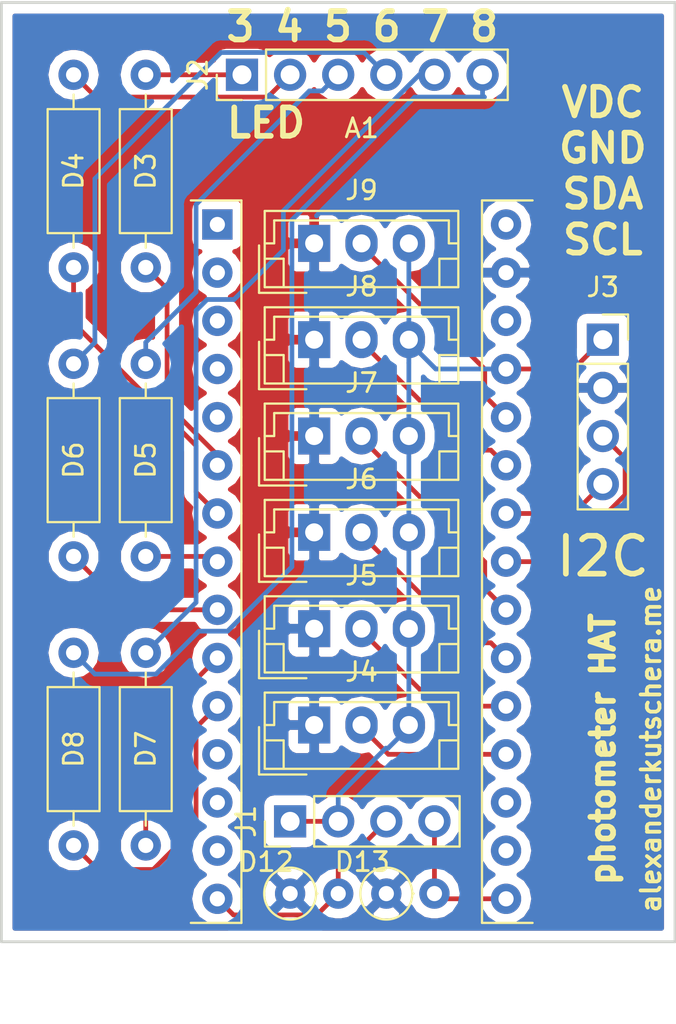
<source format=kicad_pcb>
(kicad_pcb (version 20171130) (host pcbnew "(5.0.0-3-g5ebb6b6)")

  (general
    (thickness 1.6)
    (drawings 10)
    (tracks 118)
    (zones 0)
    (modules 18)
    (nets 37)
  )

  (page A4)
  (layers
    (0 F.Cu signal)
    (31 B.Cu signal)
    (32 B.Adhes user)
    (33 F.Adhes user)
    (34 B.Paste user)
    (35 F.Paste user)
    (36 B.SilkS user)
    (37 F.SilkS user)
    (38 B.Mask user)
    (39 F.Mask user)
    (40 Dwgs.User user)
    (41 Cmts.User user)
    (42 Eco1.User user)
    (43 Eco2.User user)
    (44 Edge.Cuts user)
    (45 Margin user)
    (46 B.CrtYd user hide)
    (47 F.CrtYd user hide)
    (48 B.Fab user)
    (49 F.Fab user hide)
  )

  (setup
    (last_trace_width 0.25)
    (trace_clearance 0.2)
    (zone_clearance 0.508)
    (zone_45_only no)
    (trace_min 0.2)
    (segment_width 0.2)
    (edge_width 0.15)
    (via_size 0.8)
    (via_drill 0.4)
    (via_min_size 0.4)
    (via_min_drill 0.3)
    (uvia_size 0.3)
    (uvia_drill 0.1)
    (uvias_allowed no)
    (uvia_min_size 0.2)
    (uvia_min_drill 0.1)
    (pcb_text_width 0.3)
    (pcb_text_size 1.5 1.5)
    (mod_edge_width 0.15)
    (mod_text_size 1 1)
    (mod_text_width 0.15)
    (pad_size 1.524 1.524)
    (pad_drill 0.762)
    (pad_to_mask_clearance 0.2)
    (aux_axis_origin 0 0)
    (visible_elements FFFFEF7F)
    (pcbplotparams
      (layerselection 0x030ff_ffffffff)
      (usegerberextensions false)
      (usegerberattributes false)
      (usegerberadvancedattributes false)
      (creategerberjobfile false)
      (excludeedgelayer true)
      (linewidth 0.100000)
      (plotframeref false)
      (viasonmask false)
      (mode 1)
      (useauxorigin false)
      (hpglpennumber 1)
      (hpglpenspeed 20)
      (hpglpendiameter 15.000000)
      (psnegative false)
      (psa4output false)
      (plotreference true)
      (plotvalue true)
      (plotinvisibletext false)
      (padsonsilk false)
      (subtractmaskfromsilk false)
      (outputformat 1)
      (mirror false)
      (drillshape 0)
      (scaleselection 1)
      (outputdirectory "tt_nano_HAT_gerbers/"))
  )

  (net 0 "")
  (net 1 "Net-(A1-Pad1)")
  (net 2 "Net-(A1-Pad17)")
  (net 3 "Net-(A1-Pad2)")
  (net 4 "Net-(A1-Pad18)")
  (net 5 "Net-(A1-Pad3)")
  (net 6 "Net-(A1-Pad19)")
  (net 7 "Net-(A1-Pad4)")
  (net 8 "Net-(A1-Pad20)")
  (net 9 "Net-(A1-Pad5)")
  (net 10 "Net-(A1-Pad21)")
  (net 11 "Net-(A1-Pad6)")
  (net 12 "Net-(A1-Pad22)")
  (net 13 "Net-(A1-Pad7)")
  (net 14 "Net-(A1-Pad23)")
  (net 15 "Net-(A1-Pad8)")
  (net 16 "Net-(A1-Pad24)")
  (net 17 "Net-(A1-Pad9)")
  (net 18 "Net-(A1-Pad25)")
  (net 19 "Net-(A1-Pad10)")
  (net 20 "Net-(A1-Pad26)")
  (net 21 "Net-(A1-Pad11)")
  (net 22 "Net-(A1-Pad27)")
  (net 23 "Net-(A1-Pad12)")
  (net 24 "Net-(A1-Pad28)")
  (net 25 "Net-(A1-Pad13)")
  (net 26 "Net-(A1-Pad29)")
  (net 27 "Net-(A1-Pad14)")
  (net 28 "Net-(A1-Pad30)")
  (net 29 "Net-(A1-Pad15)")
  (net 30 "Net-(A1-Pad16)")
  (net 31 "Net-(J2-Pad1)")
  (net 32 "Net-(J2-Pad2)")
  (net 33 "Net-(J2-Pad3)")
  (net 34 "Net-(J2-Pad4)")
  (net 35 "Net-(J2-Pad5)")
  (net 36 "Net-(J2-Pad6)")

  (net_class Default "Dies ist die voreingestellte Netzklasse."
    (clearance 0.2)
    (trace_width 0.25)
    (via_dia 0.8)
    (via_drill 0.4)
    (uvia_dia 0.3)
    (uvia_drill 0.1)
    (add_net "Net-(A1-Pad1)")
    (add_net "Net-(A1-Pad10)")
    (add_net "Net-(A1-Pad11)")
    (add_net "Net-(A1-Pad12)")
    (add_net "Net-(A1-Pad13)")
    (add_net "Net-(A1-Pad14)")
    (add_net "Net-(A1-Pad15)")
    (add_net "Net-(A1-Pad16)")
    (add_net "Net-(A1-Pad17)")
    (add_net "Net-(A1-Pad18)")
    (add_net "Net-(A1-Pad19)")
    (add_net "Net-(A1-Pad2)")
    (add_net "Net-(A1-Pad20)")
    (add_net "Net-(A1-Pad21)")
    (add_net "Net-(A1-Pad22)")
    (add_net "Net-(A1-Pad23)")
    (add_net "Net-(A1-Pad24)")
    (add_net "Net-(A1-Pad25)")
    (add_net "Net-(A1-Pad26)")
    (add_net "Net-(A1-Pad27)")
    (add_net "Net-(A1-Pad28)")
    (add_net "Net-(A1-Pad29)")
    (add_net "Net-(A1-Pad3)")
    (add_net "Net-(A1-Pad30)")
    (add_net "Net-(A1-Pad4)")
    (add_net "Net-(A1-Pad5)")
    (add_net "Net-(A1-Pad6)")
    (add_net "Net-(A1-Pad7)")
    (add_net "Net-(A1-Pad8)")
    (add_net "Net-(A1-Pad9)")
    (add_net "Net-(J2-Pad1)")
    (add_net "Net-(J2-Pad2)")
    (add_net "Net-(J2-Pad3)")
    (add_net "Net-(J2-Pad4)")
    (add_net "Net-(J2-Pad5)")
    (add_net "Net-(J2-Pad6)")
  )

  (module Module:Arduino_Nano2 (layer F.Cu) (tedit 5BF973D9) (tstamp 5C05A1FC)
    (at 162.53 53.615001)
    (descr "Arduino Nano, http://www.mouser.com/pdfdocs/Gravitech_Arduino_Nano3_0.pdf")
    (tags "Arduino Nano")
    (path /5BEB4545)
    (fp_text reference A1 (at 7.62 -5.08) (layer F.SilkS)
      (effects (font (size 1 1) (thickness 0.15)))
    )
    (fp_text value Arduino_Nano_v3.x (at 8.89 19.05 90) (layer F.Fab)
      (effects (font (size 1 1) (thickness 0.15)))
    )
    (fp_text user %R (at 6.35 19.05 90) (layer F.Fab)
      (effects (font (size 1 1) (thickness 0.15)))
    )
    (fp_line (start 1.27 1.27) (end 1.27 -1.27) (layer F.SilkS) (width 0.12))
    (fp_line (start 1.27 -1.27) (end -1.4 -1.27) (layer F.SilkS) (width 0.12))
    (fp_line (start 13.97 -1.27) (end 16.64 -1.27) (layer F.SilkS) (width 0.12))
    (fp_line (start 13.97 -1.27) (end 13.97 36.83) (layer F.SilkS) (width 0.12))
    (fp_line (start 13.97 36.83) (end 16.64 36.83) (layer F.SilkS) (width 0.12))
    (fp_line (start 1.27 1.27) (end 1.27 36.83) (layer F.SilkS) (width 0.12))
    (fp_line (start 1.27 36.83) (end -1.4 36.83) (layer F.SilkS) (width 0.12))
    (fp_line (start 3.81 31.75) (end 11.43 31.75) (layer F.Fab) (width 0.1))
    (fp_line (start 11.43 31.75) (end 11.43 41.91) (layer F.Fab) (width 0.1))
    (fp_line (start 11.43 41.91) (end 3.81 41.91) (layer F.Fab) (width 0.1))
    (fp_line (start 3.81 41.91) (end 3.81 31.75) (layer F.Fab) (width 0.1))
    (fp_line (start 16.51 39.37) (end -1.27 39.37) (layer F.Fab) (width 0.1))
    (fp_line (start -1.27 39.37) (end -1.27 -2.54) (layer F.Fab) (width 0.1))
    (fp_line (start -1.27 -2.54) (end 0 -3.81) (layer F.Fab) (width 0.1))
    (fp_line (start 0 -3.81) (end 16.51 -3.81) (layer F.Fab) (width 0.1))
    (fp_line (start 16.51 -3.81) (end 16.51 39.37) (layer F.Fab) (width 0.1))
    (fp_line (start -1.53 -4.06) (end 16.75 -4.06) (layer F.CrtYd) (width 0.05))
    (fp_line (start -1.53 -4.06) (end -1.53 42.16) (layer F.CrtYd) (width 0.05))
    (fp_line (start 16.75 42.16) (end 16.75 -4.06) (layer F.CrtYd) (width 0.05))
    (fp_line (start 16.75 42.16) (end -1.53 42.16) (layer F.CrtYd) (width 0.05))
    (pad 1 thru_hole rect (at 0 0) (size 1.6 1.6) (drill 0.8) (layers *.Cu *.Mask)
      (net 1 "Net-(A1-Pad1)"))
    (pad 17 thru_hole oval (at 15.24 33.02) (size 1.6 1.6) (drill 0.8) (layers *.Cu *.Mask)
      (net 2 "Net-(A1-Pad17)"))
    (pad 2 thru_hole oval (at 0 2.54) (size 1.6 1.6) (drill 0.8) (layers *.Cu *.Mask)
      (net 3 "Net-(A1-Pad2)"))
    (pad 18 thru_hole oval (at 15.24 30.48) (size 1.6 1.6) (drill 0.8) (layers *.Cu *.Mask)
      (net 4 "Net-(A1-Pad18)"))
    (pad 3 thru_hole oval (at 0 5.08) (size 1.6 1.6) (drill 0.8) (layers *.Cu *.Mask)
      (net 5 "Net-(A1-Pad3)"))
    (pad 19 thru_hole oval (at 15.24 27.94) (size 1.6 1.6) (drill 0.8) (layers *.Cu *.Mask)
      (net 6 "Net-(A1-Pad19)"))
    (pad 4 thru_hole oval (at 0 7.62) (size 1.6 1.6) (drill 0.8) (layers *.Cu *.Mask)
      (net 7 "Net-(A1-Pad4)"))
    (pad 20 thru_hole oval (at 15.24 25.4) (size 1.6 1.6) (drill 0.8) (layers *.Cu *.Mask)
      (net 8 "Net-(A1-Pad20)"))
    (pad 5 thru_hole oval (at 0 10.16) (size 1.6 1.6) (drill 0.8) (layers *.Cu *.Mask)
      (net 9 "Net-(A1-Pad5)"))
    (pad 21 thru_hole oval (at 15.24 22.86) (size 1.6 1.6) (drill 0.8) (layers *.Cu *.Mask)
      (net 10 "Net-(A1-Pad21)"))
    (pad 6 thru_hole oval (at 0 12.7) (size 1.6 1.6) (drill 0.8) (layers *.Cu *.Mask)
      (net 11 "Net-(A1-Pad6)"))
    (pad 22 thru_hole oval (at 15.24 20.32) (size 1.6 1.6) (drill 0.8) (layers *.Cu *.Mask)
      (net 12 "Net-(A1-Pad22)"))
    (pad 7 thru_hole oval (at 0 15.24) (size 1.6 1.6) (drill 0.8) (layers *.Cu *.Mask)
      (net 13 "Net-(A1-Pad7)"))
    (pad 23 thru_hole oval (at 15.24 17.78) (size 1.6 1.6) (drill 0.8) (layers *.Cu *.Mask)
      (net 14 "Net-(A1-Pad23)"))
    (pad 8 thru_hole oval (at 0 17.78) (size 1.6 1.6) (drill 0.8) (layers *.Cu *.Mask)
      (net 15 "Net-(A1-Pad8)"))
    (pad 24 thru_hole oval (at 15.24 15.24) (size 1.6 1.6) (drill 0.8) (layers *.Cu *.Mask)
      (net 16 "Net-(A1-Pad24)"))
    (pad 9 thru_hole oval (at 0 20.32) (size 1.6 1.6) (drill 0.8) (layers *.Cu *.Mask)
      (net 17 "Net-(A1-Pad9)"))
    (pad 25 thru_hole oval (at 15.24 12.7) (size 1.6 1.6) (drill 0.8) (layers *.Cu *.Mask)
      (net 18 "Net-(A1-Pad25)"))
    (pad 10 thru_hole oval (at 0 22.86) (size 1.6 1.6) (drill 0.8) (layers *.Cu *.Mask)
      (net 19 "Net-(A1-Pad10)"))
    (pad 26 thru_hole oval (at 15.24 10.16) (size 1.6 1.6) (drill 0.8) (layers *.Cu *.Mask)
      (net 20 "Net-(A1-Pad26)"))
    (pad 11 thru_hole oval (at 0 25.4) (size 1.6 1.6) (drill 0.8) (layers *.Cu *.Mask)
      (net 21 "Net-(A1-Pad11)"))
    (pad 27 thru_hole oval (at 15.24 7.62) (size 1.6 1.6) (drill 0.8) (layers *.Cu *.Mask)
      (net 22 "Net-(A1-Pad27)"))
    (pad 12 thru_hole oval (at 0 27.94) (size 1.6 1.6) (drill 0.8) (layers *.Cu *.Mask)
      (net 23 "Net-(A1-Pad12)"))
    (pad 28 thru_hole oval (at 15.24 5.08) (size 1.6 1.6) (drill 0.8) (layers *.Cu *.Mask)
      (net 24 "Net-(A1-Pad28)"))
    (pad 13 thru_hole oval (at 0 30.48) (size 1.6 1.6) (drill 0.8) (layers *.Cu *.Mask)
      (net 25 "Net-(A1-Pad13)"))
    (pad 29 thru_hole oval (at 15.24 2.54) (size 1.6 1.6) (drill 0.8) (layers *.Cu *.Mask)
      (net 26 "Net-(A1-Pad29)"))
    (pad 14 thru_hole oval (at 0 33.02) (size 1.6 1.6) (drill 0.8) (layers *.Cu *.Mask)
      (net 27 "Net-(A1-Pad14)"))
    (pad 30 thru_hole oval (at 15.24 0) (size 1.6 1.6) (drill 0.8) (layers *.Cu *.Mask)
      (net 28 "Net-(A1-Pad30)"))
    (pad 15 thru_hole oval (at 0 35.56) (size 1.6 1.6) (drill 0.8) (layers *.Cu *.Mask)
      (net 29 "Net-(A1-Pad15)"))
    (pad 16 thru_hole oval (at 15.24 35.56) (size 1.6 1.6) (drill 0.8) (layers *.Cu *.Mask)
      (net 30 "Net-(A1-Pad16)"))
    (model ${KISYS3DMOD}/Module.3dshapes/Arduino_Nano_WithMountingHoles.wrl
      (at (xyz 0 0 0))
      (scale (xyz 1 1 1))
      (rotate (xyz 0 0 0))
    )
  )

  (module Resistor_THT:R_Axial_DIN0207_L6.3mm_D2.5mm_P10.16mm_Horizontal (layer F.Cu) (tedit 5BF972B8) (tstamp 5C05A322)
    (at 154.94 55.88 90)
    (descr "Resistor, Axial_DIN0207 series, Axial, Horizontal, pin pitch=10.16mm, 0.25W = 1/4W, length*diameter=6.3*2.5mm^2, http://cdn-reichelt.de/documents/datenblatt/B400/1_4W%23YAG.pdf")
    (tags "Resistor Axial_DIN0207 series Axial Horizontal pin pitch 10.16mm 0.25W = 1/4W length 6.3mm diameter 2.5mm")
    (path /5BF6C582)
    (fp_text reference D4 (at 5.08 0 90) (layer F.SilkS)
      (effects (font (size 1 1) (thickness 0.15)))
    )
    (fp_text value R (at 5.08 2.37 90) (layer F.Fab)
      (effects (font (size 1 1) (thickness 0.15)))
    )
    (fp_text user %R (at 5.08 0 90) (layer F.Fab)
      (effects (font (size 1 1) (thickness 0.15)))
    )
    (fp_line (start 11.21 -1.5) (end -1.05 -1.5) (layer F.CrtYd) (width 0.05))
    (fp_line (start 11.21 1.5) (end 11.21 -1.5) (layer F.CrtYd) (width 0.05))
    (fp_line (start -1.05 1.5) (end 11.21 1.5) (layer F.CrtYd) (width 0.05))
    (fp_line (start -1.05 -1.5) (end -1.05 1.5) (layer F.CrtYd) (width 0.05))
    (fp_line (start 9.12 0) (end 8.35 0) (layer F.SilkS) (width 0.12))
    (fp_line (start 1.04 0) (end 1.81 0) (layer F.SilkS) (width 0.12))
    (fp_line (start 8.35 -1.37) (end 1.81 -1.37) (layer F.SilkS) (width 0.12))
    (fp_line (start 8.35 1.37) (end 8.35 -1.37) (layer F.SilkS) (width 0.12))
    (fp_line (start 1.81 1.37) (end 8.35 1.37) (layer F.SilkS) (width 0.12))
    (fp_line (start 1.81 -1.37) (end 1.81 1.37) (layer F.SilkS) (width 0.12))
    (fp_line (start 10.16 0) (end 8.23 0) (layer F.Fab) (width 0.1))
    (fp_line (start 0 0) (end 1.93 0) (layer F.Fab) (width 0.1))
    (fp_line (start 8.23 -1.25) (end 1.93 -1.25) (layer F.Fab) (width 0.1))
    (fp_line (start 8.23 1.25) (end 8.23 -1.25) (layer F.Fab) (width 0.1))
    (fp_line (start 1.93 1.25) (end 8.23 1.25) (layer F.Fab) (width 0.1))
    (fp_line (start 1.93 -1.25) (end 1.93 1.25) (layer F.Fab) (width 0.1))
    (pad 2 thru_hole oval (at 10.16 0 90) (size 1.6 1.6) (drill 0.8) (layers *.Cu *.Mask)
      (net 32 "Net-(J2-Pad2)"))
    (pad 1 thru_hole circle (at 0 0 90) (size 1.6 1.6) (drill 0.8) (layers *.Cu *.Mask)
      (net 13 "Net-(A1-Pad7)"))
    (model ${KISYS3DMOD}/Resistor_THT.3dshapes/R_Axial_DIN0207_L6.3mm_D2.5mm_P10.16mm_Horizontal.wrl
      (at (xyz 0 0 0))
      (scale (xyz 1 1 1))
      (rotate (xyz 0 0 0))
    )
  )

  (module Connector_PinHeader_2.54mm:PinHeader_1x06_P2.54mm_Vertical (layer F.Cu) (tedit 59FED5CC) (tstamp 5C05A216)
    (at 163.83 45.72 90)
    (descr "Through hole straight pin header, 1x06, 2.54mm pitch, single row")
    (tags "Through hole pin header THT 1x06 2.54mm single row")
    (path /5BF6C44D)
    (fp_text reference J2 (at 0 -2.33 90) (layer F.SilkS)
      (effects (font (size 1 1) (thickness 0.15)))
    )
    (fp_text value Conn_01x06_Male (at 0 15.03 90) (layer F.Fab)
      (effects (font (size 1 1) (thickness 0.15)))
    )
    (fp_line (start -0.635 -1.27) (end 1.27 -1.27) (layer F.Fab) (width 0.1))
    (fp_line (start 1.27 -1.27) (end 1.27 13.97) (layer F.Fab) (width 0.1))
    (fp_line (start 1.27 13.97) (end -1.27 13.97) (layer F.Fab) (width 0.1))
    (fp_line (start -1.27 13.97) (end -1.27 -0.635) (layer F.Fab) (width 0.1))
    (fp_line (start -1.27 -0.635) (end -0.635 -1.27) (layer F.Fab) (width 0.1))
    (fp_line (start -1.33 14.03) (end 1.33 14.03) (layer F.SilkS) (width 0.12))
    (fp_line (start -1.33 1.27) (end -1.33 14.03) (layer F.SilkS) (width 0.12))
    (fp_line (start 1.33 1.27) (end 1.33 14.03) (layer F.SilkS) (width 0.12))
    (fp_line (start -1.33 1.27) (end 1.33 1.27) (layer F.SilkS) (width 0.12))
    (fp_line (start -1.33 0) (end -1.33 -1.33) (layer F.SilkS) (width 0.12))
    (fp_line (start -1.33 -1.33) (end 0 -1.33) (layer F.SilkS) (width 0.12))
    (fp_line (start -1.8 -1.8) (end -1.8 14.5) (layer F.CrtYd) (width 0.05))
    (fp_line (start -1.8 14.5) (end 1.8 14.5) (layer F.CrtYd) (width 0.05))
    (fp_line (start 1.8 14.5) (end 1.8 -1.8) (layer F.CrtYd) (width 0.05))
    (fp_line (start 1.8 -1.8) (end -1.8 -1.8) (layer F.CrtYd) (width 0.05))
    (fp_text user %R (at 0 6.35 180) (layer F.Fab)
      (effects (font (size 1 1) (thickness 0.15)))
    )
    (pad 1 thru_hole rect (at 0 0 90) (size 1.7 1.7) (drill 1) (layers *.Cu *.Mask)
      (net 31 "Net-(J2-Pad1)"))
    (pad 2 thru_hole oval (at 0 2.54 90) (size 1.7 1.7) (drill 1) (layers *.Cu *.Mask)
      (net 32 "Net-(J2-Pad2)"))
    (pad 3 thru_hole oval (at 0 5.08 90) (size 1.7 1.7) (drill 1) (layers *.Cu *.Mask)
      (net 33 "Net-(J2-Pad3)"))
    (pad 4 thru_hole oval (at 0 7.62 90) (size 1.7 1.7) (drill 1) (layers *.Cu *.Mask)
      (net 34 "Net-(J2-Pad4)"))
    (pad 5 thru_hole oval (at 0 10.16 90) (size 1.7 1.7) (drill 1) (layers *.Cu *.Mask)
      (net 35 "Net-(J2-Pad5)"))
    (pad 6 thru_hole oval (at 0 12.7 90) (size 1.7 1.7) (drill 1) (layers *.Cu *.Mask)
      (net 36 "Net-(J2-Pad6)"))
    (model ${KISYS3DMOD}/Connector_PinHeader_2.54mm.3dshapes/PinHeader_1x06_P2.54mm_Vertical.wrl
      (at (xyz 0 0 0))
      (scale (xyz 1 1 1))
      (rotate (xyz 0 0 0))
    )
  )

  (module Connector_PinSocket_2.54mm:PinSocket_1x04_P2.54mm_Vertical (layer F.Cu) (tedit 5A19A429) (tstamp 5C05A22E)
    (at 182.88 59.69)
    (descr "Through hole straight socket strip, 1x04, 2.54mm pitch, single row (from Kicad 4.0.7), script generated")
    (tags "Through hole socket strip THT 1x04 2.54mm single row")
    (path /5BF65B72)
    (fp_text reference J3 (at 0 -2.77) (layer F.SilkS)
      (effects (font (size 1 1) (thickness 0.15)))
    )
    (fp_text value Conn_01x04_Female (at 0 10.39) (layer F.Fab)
      (effects (font (size 1 1) (thickness 0.15)))
    )
    (fp_line (start -1.27 -1.27) (end 0.635 -1.27) (layer F.Fab) (width 0.1))
    (fp_line (start 0.635 -1.27) (end 1.27 -0.635) (layer F.Fab) (width 0.1))
    (fp_line (start 1.27 -0.635) (end 1.27 8.89) (layer F.Fab) (width 0.1))
    (fp_line (start 1.27 8.89) (end -1.27 8.89) (layer F.Fab) (width 0.1))
    (fp_line (start -1.27 8.89) (end -1.27 -1.27) (layer F.Fab) (width 0.1))
    (fp_line (start -1.33 1.27) (end 1.33 1.27) (layer F.SilkS) (width 0.12))
    (fp_line (start -1.33 1.27) (end -1.33 8.95) (layer F.SilkS) (width 0.12))
    (fp_line (start -1.33 8.95) (end 1.33 8.95) (layer F.SilkS) (width 0.12))
    (fp_line (start 1.33 1.27) (end 1.33 8.95) (layer F.SilkS) (width 0.12))
    (fp_line (start 1.33 -1.33) (end 1.33 0) (layer F.SilkS) (width 0.12))
    (fp_line (start 0 -1.33) (end 1.33 -1.33) (layer F.SilkS) (width 0.12))
    (fp_line (start -1.8 -1.8) (end 1.75 -1.8) (layer F.CrtYd) (width 0.05))
    (fp_line (start 1.75 -1.8) (end 1.75 9.4) (layer F.CrtYd) (width 0.05))
    (fp_line (start 1.75 9.4) (end -1.8 9.4) (layer F.CrtYd) (width 0.05))
    (fp_line (start -1.8 9.4) (end -1.8 -1.8) (layer F.CrtYd) (width 0.05))
    (fp_text user %R (at 0 3.81 90) (layer F.Fab)
      (effects (font (size 1 1) (thickness 0.15)))
    )
    (pad 1 thru_hole rect (at 0 0) (size 1.7 1.7) (drill 1) (layers *.Cu *.Mask)
      (net 22 "Net-(A1-Pad27)"))
    (pad 2 thru_hole oval (at 0 2.54) (size 1.7 1.7) (drill 1) (layers *.Cu *.Mask)
      (net 26 "Net-(A1-Pad29)"))
    (pad 3 thru_hole oval (at 0 5.08) (size 1.7 1.7) (drill 1) (layers *.Cu *.Mask)
      (net 14 "Net-(A1-Pad23)"))
    (pad 4 thru_hole oval (at 0 7.62) (size 1.7 1.7) (drill 1) (layers *.Cu *.Mask)
      (net 16 "Net-(A1-Pad24)"))
    (model ${KISYS3DMOD}/Connector_PinSocket_2.54mm.3dshapes/PinSocket_1x04_P2.54mm_Vertical.wrl
      (at (xyz 0 0 0))
      (scale (xyz 1 1 1))
      (rotate (xyz 0 0 0))
    )
  )

  (module Connector_JST:JST_EH_B03B-EH-A_1x03_P2.50mm_Vertical (layer F.Cu) (tedit 5A0EB040) (tstamp 5C05A24F)
    (at 167.64 80.01)
    (descr "JST EH series connector, B03B-EH-A (http://www.jst-mfg.com/product/pdf/eng/eEH.pdf), generated with kicad-footprint-generator")
    (tags "connector JST EH side entry")
    (path /5BF5C584)
    (fp_text reference J4 (at 2.5 -2.8) (layer F.SilkS)
      (effects (font (size 1 1) (thickness 0.15)))
    )
    (fp_text value Conn_01x03_Male (at 2.5 3.4) (layer F.Fab)
      (effects (font (size 1 1) (thickness 0.15)))
    )
    (fp_text user %R (at 2.5 1.5) (layer F.Fab)
      (effects (font (size 1 1) (thickness 0.15)))
    )
    (fp_line (start -2.91 2.61) (end -0.41 2.61) (layer F.Fab) (width 0.1))
    (fp_line (start -2.91 0.11) (end -2.91 2.61) (layer F.Fab) (width 0.1))
    (fp_line (start -2.91 2.61) (end -0.41 2.61) (layer F.SilkS) (width 0.12))
    (fp_line (start -2.91 0.11) (end -2.91 2.61) (layer F.SilkS) (width 0.12))
    (fp_line (start 6.61 0.81) (end 6.61 2.31) (layer F.SilkS) (width 0.12))
    (fp_line (start 7.61 0.81) (end 6.61 0.81) (layer F.SilkS) (width 0.12))
    (fp_line (start -1.61 0.81) (end -1.61 2.31) (layer F.SilkS) (width 0.12))
    (fp_line (start -2.61 0.81) (end -1.61 0.81) (layer F.SilkS) (width 0.12))
    (fp_line (start 7.11 0) (end 7.61 0) (layer F.SilkS) (width 0.12))
    (fp_line (start 7.11 -1.21) (end 7.11 0) (layer F.SilkS) (width 0.12))
    (fp_line (start -2.11 -1.21) (end 7.11 -1.21) (layer F.SilkS) (width 0.12))
    (fp_line (start -2.11 0) (end -2.11 -1.21) (layer F.SilkS) (width 0.12))
    (fp_line (start -2.61 0) (end -2.11 0) (layer F.SilkS) (width 0.12))
    (fp_line (start 7.61 -1.71) (end -2.61 -1.71) (layer F.SilkS) (width 0.12))
    (fp_line (start 7.61 2.31) (end 7.61 -1.71) (layer F.SilkS) (width 0.12))
    (fp_line (start -2.61 2.31) (end 7.61 2.31) (layer F.SilkS) (width 0.12))
    (fp_line (start -2.61 -1.71) (end -2.61 2.31) (layer F.SilkS) (width 0.12))
    (fp_line (start 8 -2.1) (end -3 -2.1) (layer F.CrtYd) (width 0.05))
    (fp_line (start 8 2.7) (end 8 -2.1) (layer F.CrtYd) (width 0.05))
    (fp_line (start -3 2.7) (end 8 2.7) (layer F.CrtYd) (width 0.05))
    (fp_line (start -3 -2.1) (end -3 2.7) (layer F.CrtYd) (width 0.05))
    (fp_line (start 7.5 -1.6) (end -2.5 -1.6) (layer F.Fab) (width 0.1))
    (fp_line (start 7.5 2.2) (end 7.5 -1.6) (layer F.Fab) (width 0.1))
    (fp_line (start -2.5 2.2) (end 7.5 2.2) (layer F.Fab) (width 0.1))
    (fp_line (start -2.5 -1.6) (end -2.5 2.2) (layer F.Fab) (width 0.1))
    (pad 3 thru_hole oval (at 5 0) (size 1.7 1.95) (drill 0.95) (layers *.Cu *.Mask)
      (net 22 "Net-(A1-Pad27)"))
    (pad 2 thru_hole oval (at 2.5 0) (size 1.7 1.95) (drill 0.95) (layers *.Cu *.Mask)
      (net 6 "Net-(A1-Pad19)"))
    (pad 1 thru_hole rect (at 0 0) (size 1.7 1.95) (drill 0.95) (layers *.Cu *.Mask)
      (net 26 "Net-(A1-Pad29)"))
    (model ${KISYS3DMOD}/Connector_JST.3dshapes/JST_EH_B03B-EH-A_1x03_P2.50mm_Vertical.wrl
      (at (xyz 0 0 0))
      (scale (xyz 1 1 1))
      (rotate (xyz 0 0 0))
    )
  )

  (module Connector_JST:JST_EH_B03B-EH-A_1x03_P2.50mm_Vertical (layer F.Cu) (tedit 5A0EB040) (tstamp 5C05A270)
    (at 167.64 74.93)
    (descr "JST EH series connector, B03B-EH-A (http://www.jst-mfg.com/product/pdf/eng/eEH.pdf), generated with kicad-footprint-generator")
    (tags "connector JST EH side entry")
    (path /5BF5C540)
    (fp_text reference J5 (at 2.5 -2.8) (layer F.SilkS)
      (effects (font (size 1 1) (thickness 0.15)))
    )
    (fp_text value Conn_01x03_Male (at 2.5 3.4) (layer F.Fab)
      (effects (font (size 1 1) (thickness 0.15)))
    )
    (fp_line (start -2.5 -1.6) (end -2.5 2.2) (layer F.Fab) (width 0.1))
    (fp_line (start -2.5 2.2) (end 7.5 2.2) (layer F.Fab) (width 0.1))
    (fp_line (start 7.5 2.2) (end 7.5 -1.6) (layer F.Fab) (width 0.1))
    (fp_line (start 7.5 -1.6) (end -2.5 -1.6) (layer F.Fab) (width 0.1))
    (fp_line (start -3 -2.1) (end -3 2.7) (layer F.CrtYd) (width 0.05))
    (fp_line (start -3 2.7) (end 8 2.7) (layer F.CrtYd) (width 0.05))
    (fp_line (start 8 2.7) (end 8 -2.1) (layer F.CrtYd) (width 0.05))
    (fp_line (start 8 -2.1) (end -3 -2.1) (layer F.CrtYd) (width 0.05))
    (fp_line (start -2.61 -1.71) (end -2.61 2.31) (layer F.SilkS) (width 0.12))
    (fp_line (start -2.61 2.31) (end 7.61 2.31) (layer F.SilkS) (width 0.12))
    (fp_line (start 7.61 2.31) (end 7.61 -1.71) (layer F.SilkS) (width 0.12))
    (fp_line (start 7.61 -1.71) (end -2.61 -1.71) (layer F.SilkS) (width 0.12))
    (fp_line (start -2.61 0) (end -2.11 0) (layer F.SilkS) (width 0.12))
    (fp_line (start -2.11 0) (end -2.11 -1.21) (layer F.SilkS) (width 0.12))
    (fp_line (start -2.11 -1.21) (end 7.11 -1.21) (layer F.SilkS) (width 0.12))
    (fp_line (start 7.11 -1.21) (end 7.11 0) (layer F.SilkS) (width 0.12))
    (fp_line (start 7.11 0) (end 7.61 0) (layer F.SilkS) (width 0.12))
    (fp_line (start -2.61 0.81) (end -1.61 0.81) (layer F.SilkS) (width 0.12))
    (fp_line (start -1.61 0.81) (end -1.61 2.31) (layer F.SilkS) (width 0.12))
    (fp_line (start 7.61 0.81) (end 6.61 0.81) (layer F.SilkS) (width 0.12))
    (fp_line (start 6.61 0.81) (end 6.61 2.31) (layer F.SilkS) (width 0.12))
    (fp_line (start -2.91 0.11) (end -2.91 2.61) (layer F.SilkS) (width 0.12))
    (fp_line (start -2.91 2.61) (end -0.41 2.61) (layer F.SilkS) (width 0.12))
    (fp_line (start -2.91 0.11) (end -2.91 2.61) (layer F.Fab) (width 0.1))
    (fp_line (start -2.91 2.61) (end -0.41 2.61) (layer F.Fab) (width 0.1))
    (fp_text user %R (at 2.5 1.5) (layer F.Fab)
      (effects (font (size 1 1) (thickness 0.15)))
    )
    (pad 1 thru_hole rect (at 0 0) (size 1.7 1.95) (drill 0.95) (layers *.Cu *.Mask)
      (net 26 "Net-(A1-Pad29)"))
    (pad 2 thru_hole oval (at 2.5 0) (size 1.7 1.95) (drill 0.95) (layers *.Cu *.Mask)
      (net 8 "Net-(A1-Pad20)"))
    (pad 3 thru_hole oval (at 5 0) (size 1.7 1.95) (drill 0.95) (layers *.Cu *.Mask)
      (net 22 "Net-(A1-Pad27)"))
    (model ${KISYS3DMOD}/Connector_JST.3dshapes/JST_EH_B03B-EH-A_1x03_P2.50mm_Vertical.wrl
      (at (xyz 0 0 0))
      (scale (xyz 1 1 1))
      (rotate (xyz 0 0 0))
    )
  )

  (module Connector_JST:JST_EH_B03B-EH-A_1x03_P2.50mm_Vertical (layer F.Cu) (tedit 5A0EB040) (tstamp 5C05A291)
    (at 167.64 69.85)
    (descr "JST EH series connector, B03B-EH-A (http://www.jst-mfg.com/product/pdf/eng/eEH.pdf), generated with kicad-footprint-generator")
    (tags "connector JST EH side entry")
    (path /5BF5C510)
    (fp_text reference J6 (at 2.5 -2.8) (layer F.SilkS)
      (effects (font (size 1 1) (thickness 0.15)))
    )
    (fp_text value Conn_01x03_Male (at 2.5 3.4) (layer F.Fab)
      (effects (font (size 1 1) (thickness 0.15)))
    )
    (fp_text user %R (at 2.5 1.5) (layer F.Fab)
      (effects (font (size 1 1) (thickness 0.15)))
    )
    (fp_line (start -2.91 2.61) (end -0.41 2.61) (layer F.Fab) (width 0.1))
    (fp_line (start -2.91 0.11) (end -2.91 2.61) (layer F.Fab) (width 0.1))
    (fp_line (start -2.91 2.61) (end -0.41 2.61) (layer F.SilkS) (width 0.12))
    (fp_line (start -2.91 0.11) (end -2.91 2.61) (layer F.SilkS) (width 0.12))
    (fp_line (start 6.61 0.81) (end 6.61 2.31) (layer F.SilkS) (width 0.12))
    (fp_line (start 7.61 0.81) (end 6.61 0.81) (layer F.SilkS) (width 0.12))
    (fp_line (start -1.61 0.81) (end -1.61 2.31) (layer F.SilkS) (width 0.12))
    (fp_line (start -2.61 0.81) (end -1.61 0.81) (layer F.SilkS) (width 0.12))
    (fp_line (start 7.11 0) (end 7.61 0) (layer F.SilkS) (width 0.12))
    (fp_line (start 7.11 -1.21) (end 7.11 0) (layer F.SilkS) (width 0.12))
    (fp_line (start -2.11 -1.21) (end 7.11 -1.21) (layer F.SilkS) (width 0.12))
    (fp_line (start -2.11 0) (end -2.11 -1.21) (layer F.SilkS) (width 0.12))
    (fp_line (start -2.61 0) (end -2.11 0) (layer F.SilkS) (width 0.12))
    (fp_line (start 7.61 -1.71) (end -2.61 -1.71) (layer F.SilkS) (width 0.12))
    (fp_line (start 7.61 2.31) (end 7.61 -1.71) (layer F.SilkS) (width 0.12))
    (fp_line (start -2.61 2.31) (end 7.61 2.31) (layer F.SilkS) (width 0.12))
    (fp_line (start -2.61 -1.71) (end -2.61 2.31) (layer F.SilkS) (width 0.12))
    (fp_line (start 8 -2.1) (end -3 -2.1) (layer F.CrtYd) (width 0.05))
    (fp_line (start 8 2.7) (end 8 -2.1) (layer F.CrtYd) (width 0.05))
    (fp_line (start -3 2.7) (end 8 2.7) (layer F.CrtYd) (width 0.05))
    (fp_line (start -3 -2.1) (end -3 2.7) (layer F.CrtYd) (width 0.05))
    (fp_line (start 7.5 -1.6) (end -2.5 -1.6) (layer F.Fab) (width 0.1))
    (fp_line (start 7.5 2.2) (end 7.5 -1.6) (layer F.Fab) (width 0.1))
    (fp_line (start -2.5 2.2) (end 7.5 2.2) (layer F.Fab) (width 0.1))
    (fp_line (start -2.5 -1.6) (end -2.5 2.2) (layer F.Fab) (width 0.1))
    (pad 3 thru_hole oval (at 5 0) (size 1.7 1.95) (drill 0.95) (layers *.Cu *.Mask)
      (net 22 "Net-(A1-Pad27)"))
    (pad 2 thru_hole oval (at 2.5 0) (size 1.7 1.95) (drill 0.95) (layers *.Cu *.Mask)
      (net 10 "Net-(A1-Pad21)"))
    (pad 1 thru_hole rect (at 0 0) (size 1.7 1.95) (drill 0.95) (layers *.Cu *.Mask)
      (net 26 "Net-(A1-Pad29)"))
    (model ${KISYS3DMOD}/Connector_JST.3dshapes/JST_EH_B03B-EH-A_1x03_P2.50mm_Vertical.wrl
      (at (xyz 0 0 0))
      (scale (xyz 1 1 1))
      (rotate (xyz 0 0 0))
    )
  )

  (module Connector_JST:JST_EH_B03B-EH-A_1x03_P2.50mm_Vertical (layer F.Cu) (tedit 5A0EB040) (tstamp 5C05A2B2)
    (at 167.64 64.77)
    (descr "JST EH series connector, B03B-EH-A (http://www.jst-mfg.com/product/pdf/eng/eEH.pdf), generated with kicad-footprint-generator")
    (tags "connector JST EH side entry")
    (path /5BF5C4E4)
    (fp_text reference J7 (at 2.5 -2.8) (layer F.SilkS)
      (effects (font (size 1 1) (thickness 0.15)))
    )
    (fp_text value Conn_01x03_Male (at 2.5 3.4) (layer F.Fab)
      (effects (font (size 1 1) (thickness 0.15)))
    )
    (fp_line (start -2.5 -1.6) (end -2.5 2.2) (layer F.Fab) (width 0.1))
    (fp_line (start -2.5 2.2) (end 7.5 2.2) (layer F.Fab) (width 0.1))
    (fp_line (start 7.5 2.2) (end 7.5 -1.6) (layer F.Fab) (width 0.1))
    (fp_line (start 7.5 -1.6) (end -2.5 -1.6) (layer F.Fab) (width 0.1))
    (fp_line (start -3 -2.1) (end -3 2.7) (layer F.CrtYd) (width 0.05))
    (fp_line (start -3 2.7) (end 8 2.7) (layer F.CrtYd) (width 0.05))
    (fp_line (start 8 2.7) (end 8 -2.1) (layer F.CrtYd) (width 0.05))
    (fp_line (start 8 -2.1) (end -3 -2.1) (layer F.CrtYd) (width 0.05))
    (fp_line (start -2.61 -1.71) (end -2.61 2.31) (layer F.SilkS) (width 0.12))
    (fp_line (start -2.61 2.31) (end 7.61 2.31) (layer F.SilkS) (width 0.12))
    (fp_line (start 7.61 2.31) (end 7.61 -1.71) (layer F.SilkS) (width 0.12))
    (fp_line (start 7.61 -1.71) (end -2.61 -1.71) (layer F.SilkS) (width 0.12))
    (fp_line (start -2.61 0) (end -2.11 0) (layer F.SilkS) (width 0.12))
    (fp_line (start -2.11 0) (end -2.11 -1.21) (layer F.SilkS) (width 0.12))
    (fp_line (start -2.11 -1.21) (end 7.11 -1.21) (layer F.SilkS) (width 0.12))
    (fp_line (start 7.11 -1.21) (end 7.11 0) (layer F.SilkS) (width 0.12))
    (fp_line (start 7.11 0) (end 7.61 0) (layer F.SilkS) (width 0.12))
    (fp_line (start -2.61 0.81) (end -1.61 0.81) (layer F.SilkS) (width 0.12))
    (fp_line (start -1.61 0.81) (end -1.61 2.31) (layer F.SilkS) (width 0.12))
    (fp_line (start 7.61 0.81) (end 6.61 0.81) (layer F.SilkS) (width 0.12))
    (fp_line (start 6.61 0.81) (end 6.61 2.31) (layer F.SilkS) (width 0.12))
    (fp_line (start -2.91 0.11) (end -2.91 2.61) (layer F.SilkS) (width 0.12))
    (fp_line (start -2.91 2.61) (end -0.41 2.61) (layer F.SilkS) (width 0.12))
    (fp_line (start -2.91 0.11) (end -2.91 2.61) (layer F.Fab) (width 0.1))
    (fp_line (start -2.91 2.61) (end -0.41 2.61) (layer F.Fab) (width 0.1))
    (fp_text user %R (at 2.5 1.5) (layer F.Fab)
      (effects (font (size 1 1) (thickness 0.15)))
    )
    (pad 1 thru_hole rect (at 0 0) (size 1.7 1.95) (drill 0.95) (layers *.Cu *.Mask)
      (net 26 "Net-(A1-Pad29)"))
    (pad 2 thru_hole oval (at 2.5 0) (size 1.7 1.95) (drill 0.95) (layers *.Cu *.Mask)
      (net 12 "Net-(A1-Pad22)"))
    (pad 3 thru_hole oval (at 5 0) (size 1.7 1.95) (drill 0.95) (layers *.Cu *.Mask)
      (net 22 "Net-(A1-Pad27)"))
    (model ${KISYS3DMOD}/Connector_JST.3dshapes/JST_EH_B03B-EH-A_1x03_P2.50mm_Vertical.wrl
      (at (xyz 0 0 0))
      (scale (xyz 1 1 1))
      (rotate (xyz 0 0 0))
    )
  )

  (module Connector_JST:JST_EH_B03B-EH-A_1x03_P2.50mm_Vertical (layer F.Cu) (tedit 5A0EB040) (tstamp 5C05A2D3)
    (at 167.64 59.69)
    (descr "JST EH series connector, B03B-EH-A (http://www.jst-mfg.com/product/pdf/eng/eEH.pdf), generated with kicad-footprint-generator")
    (tags "connector JST EH side entry")
    (path /5BF5C4B0)
    (fp_text reference J8 (at 2.5 -2.8) (layer F.SilkS)
      (effects (font (size 1 1) (thickness 0.15)))
    )
    (fp_text value Conn_01x03_Male (at 2.5 3.4) (layer F.Fab)
      (effects (font (size 1 1) (thickness 0.15)))
    )
    (fp_text user %R (at 2.5 1.5) (layer F.Fab)
      (effects (font (size 1 1) (thickness 0.15)))
    )
    (fp_line (start -2.91 2.61) (end -0.41 2.61) (layer F.Fab) (width 0.1))
    (fp_line (start -2.91 0.11) (end -2.91 2.61) (layer F.Fab) (width 0.1))
    (fp_line (start -2.91 2.61) (end -0.41 2.61) (layer F.SilkS) (width 0.12))
    (fp_line (start -2.91 0.11) (end -2.91 2.61) (layer F.SilkS) (width 0.12))
    (fp_line (start 6.61 0.81) (end 6.61 2.31) (layer F.SilkS) (width 0.12))
    (fp_line (start 7.61 0.81) (end 6.61 0.81) (layer F.SilkS) (width 0.12))
    (fp_line (start -1.61 0.81) (end -1.61 2.31) (layer F.SilkS) (width 0.12))
    (fp_line (start -2.61 0.81) (end -1.61 0.81) (layer F.SilkS) (width 0.12))
    (fp_line (start 7.11 0) (end 7.61 0) (layer F.SilkS) (width 0.12))
    (fp_line (start 7.11 -1.21) (end 7.11 0) (layer F.SilkS) (width 0.12))
    (fp_line (start -2.11 -1.21) (end 7.11 -1.21) (layer F.SilkS) (width 0.12))
    (fp_line (start -2.11 0) (end -2.11 -1.21) (layer F.SilkS) (width 0.12))
    (fp_line (start -2.61 0) (end -2.11 0) (layer F.SilkS) (width 0.12))
    (fp_line (start 7.61 -1.71) (end -2.61 -1.71) (layer F.SilkS) (width 0.12))
    (fp_line (start 7.61 2.31) (end 7.61 -1.71) (layer F.SilkS) (width 0.12))
    (fp_line (start -2.61 2.31) (end 7.61 2.31) (layer F.SilkS) (width 0.12))
    (fp_line (start -2.61 -1.71) (end -2.61 2.31) (layer F.SilkS) (width 0.12))
    (fp_line (start 8 -2.1) (end -3 -2.1) (layer F.CrtYd) (width 0.05))
    (fp_line (start 8 2.7) (end 8 -2.1) (layer F.CrtYd) (width 0.05))
    (fp_line (start -3 2.7) (end 8 2.7) (layer F.CrtYd) (width 0.05))
    (fp_line (start -3 -2.1) (end -3 2.7) (layer F.CrtYd) (width 0.05))
    (fp_line (start 7.5 -1.6) (end -2.5 -1.6) (layer F.Fab) (width 0.1))
    (fp_line (start 7.5 2.2) (end 7.5 -1.6) (layer F.Fab) (width 0.1))
    (fp_line (start -2.5 2.2) (end 7.5 2.2) (layer F.Fab) (width 0.1))
    (fp_line (start -2.5 -1.6) (end -2.5 2.2) (layer F.Fab) (width 0.1))
    (pad 3 thru_hole oval (at 5 0) (size 1.7 1.95) (drill 0.95) (layers *.Cu *.Mask)
      (net 22 "Net-(A1-Pad27)"))
    (pad 2 thru_hole oval (at 2.5 0) (size 1.7 1.95) (drill 0.95) (layers *.Cu *.Mask)
      (net 18 "Net-(A1-Pad25)"))
    (pad 1 thru_hole rect (at 0 0) (size 1.7 1.95) (drill 0.95) (layers *.Cu *.Mask)
      (net 26 "Net-(A1-Pad29)"))
    (model ${KISYS3DMOD}/Connector_JST.3dshapes/JST_EH_B03B-EH-A_1x03_P2.50mm_Vertical.wrl
      (at (xyz 0 0 0))
      (scale (xyz 1 1 1))
      (rotate (xyz 0 0 0))
    )
  )

  (module Connector_JST:JST_EH_B03B-EH-A_1x03_P2.50mm_Vertical (layer F.Cu) (tedit 5A0EB040) (tstamp 5C05A2F4)
    (at 167.64 54.61)
    (descr "JST EH series connector, B03B-EH-A (http://www.jst-mfg.com/product/pdf/eng/eEH.pdf), generated with kicad-footprint-generator")
    (tags "connector JST EH side entry")
    (path /5BF5C222)
    (fp_text reference J9 (at 2.5 -2.8) (layer F.SilkS)
      (effects (font (size 1 1) (thickness 0.15)))
    )
    (fp_text value Conn_01x03_Male (at 2.5 3.4) (layer F.Fab)
      (effects (font (size 1 1) (thickness 0.15)))
    )
    (fp_line (start -2.5 -1.6) (end -2.5 2.2) (layer F.Fab) (width 0.1))
    (fp_line (start -2.5 2.2) (end 7.5 2.2) (layer F.Fab) (width 0.1))
    (fp_line (start 7.5 2.2) (end 7.5 -1.6) (layer F.Fab) (width 0.1))
    (fp_line (start 7.5 -1.6) (end -2.5 -1.6) (layer F.Fab) (width 0.1))
    (fp_line (start -3 -2.1) (end -3 2.7) (layer F.CrtYd) (width 0.05))
    (fp_line (start -3 2.7) (end 8 2.7) (layer F.CrtYd) (width 0.05))
    (fp_line (start 8 2.7) (end 8 -2.1) (layer F.CrtYd) (width 0.05))
    (fp_line (start 8 -2.1) (end -3 -2.1) (layer F.CrtYd) (width 0.05))
    (fp_line (start -2.61 -1.71) (end -2.61 2.31) (layer F.SilkS) (width 0.12))
    (fp_line (start -2.61 2.31) (end 7.61 2.31) (layer F.SilkS) (width 0.12))
    (fp_line (start 7.61 2.31) (end 7.61 -1.71) (layer F.SilkS) (width 0.12))
    (fp_line (start 7.61 -1.71) (end -2.61 -1.71) (layer F.SilkS) (width 0.12))
    (fp_line (start -2.61 0) (end -2.11 0) (layer F.SilkS) (width 0.12))
    (fp_line (start -2.11 0) (end -2.11 -1.21) (layer F.SilkS) (width 0.12))
    (fp_line (start -2.11 -1.21) (end 7.11 -1.21) (layer F.SilkS) (width 0.12))
    (fp_line (start 7.11 -1.21) (end 7.11 0) (layer F.SilkS) (width 0.12))
    (fp_line (start 7.11 0) (end 7.61 0) (layer F.SilkS) (width 0.12))
    (fp_line (start -2.61 0.81) (end -1.61 0.81) (layer F.SilkS) (width 0.12))
    (fp_line (start -1.61 0.81) (end -1.61 2.31) (layer F.SilkS) (width 0.12))
    (fp_line (start 7.61 0.81) (end 6.61 0.81) (layer F.SilkS) (width 0.12))
    (fp_line (start 6.61 0.81) (end 6.61 2.31) (layer F.SilkS) (width 0.12))
    (fp_line (start -2.91 0.11) (end -2.91 2.61) (layer F.SilkS) (width 0.12))
    (fp_line (start -2.91 2.61) (end -0.41 2.61) (layer F.SilkS) (width 0.12))
    (fp_line (start -2.91 0.11) (end -2.91 2.61) (layer F.Fab) (width 0.1))
    (fp_line (start -2.91 2.61) (end -0.41 2.61) (layer F.Fab) (width 0.1))
    (fp_text user %R (at 2.5 1.5) (layer F.Fab)
      (effects (font (size 1 1) (thickness 0.15)))
    )
    (pad 1 thru_hole rect (at 0 0) (size 1.7 1.95) (drill 0.95) (layers *.Cu *.Mask)
      (net 26 "Net-(A1-Pad29)"))
    (pad 2 thru_hole oval (at 2.5 0) (size 1.7 1.95) (drill 0.95) (layers *.Cu *.Mask)
      (net 20 "Net-(A1-Pad26)"))
    (pad 3 thru_hole oval (at 5 0) (size 1.7 1.95) (drill 0.95) (layers *.Cu *.Mask)
      (net 22 "Net-(A1-Pad27)"))
    (model ${KISYS3DMOD}/Connector_JST.3dshapes/JST_EH_B03B-EH-A_1x03_P2.50mm_Vertical.wrl
      (at (xyz 0 0 0))
      (scale (xyz 1 1 1))
      (rotate (xyz 0 0 0))
    )
  )

  (module Resistor_THT:R_Axial_DIN0207_L6.3mm_D2.5mm_P10.16mm_Horizontal (layer F.Cu) (tedit 5BF972B1) (tstamp 5C05A30B)
    (at 158.75 55.88 90)
    (descr "Resistor, Axial_DIN0207 series, Axial, Horizontal, pin pitch=10.16mm, 0.25W = 1/4W, length*diameter=6.3*2.5mm^2, http://cdn-reichelt.de/documents/datenblatt/B400/1_4W%23YAG.pdf")
    (tags "Resistor Axial_DIN0207 series Axial Horizontal pin pitch 10.16mm 0.25W = 1/4W length 6.3mm diameter 2.5mm")
    (path /5BF6C4F0)
    (fp_text reference D3 (at 5.08 0 90) (layer F.SilkS)
      (effects (font (size 1 1) (thickness 0.15)))
    )
    (fp_text value R (at 5.08 2.37 90) (layer F.Fab)
      (effects (font (size 1 1) (thickness 0.15)))
    )
    (fp_line (start 1.93 -1.25) (end 1.93 1.25) (layer F.Fab) (width 0.1))
    (fp_line (start 1.93 1.25) (end 8.23 1.25) (layer F.Fab) (width 0.1))
    (fp_line (start 8.23 1.25) (end 8.23 -1.25) (layer F.Fab) (width 0.1))
    (fp_line (start 8.23 -1.25) (end 1.93 -1.25) (layer F.Fab) (width 0.1))
    (fp_line (start 0 0) (end 1.93 0) (layer F.Fab) (width 0.1))
    (fp_line (start 10.16 0) (end 8.23 0) (layer F.Fab) (width 0.1))
    (fp_line (start 1.81 -1.37) (end 1.81 1.37) (layer F.SilkS) (width 0.12))
    (fp_line (start 1.81 1.37) (end 8.35 1.37) (layer F.SilkS) (width 0.12))
    (fp_line (start 8.35 1.37) (end 8.35 -1.37) (layer F.SilkS) (width 0.12))
    (fp_line (start 8.35 -1.37) (end 1.81 -1.37) (layer F.SilkS) (width 0.12))
    (fp_line (start 1.04 0) (end 1.81 0) (layer F.SilkS) (width 0.12))
    (fp_line (start 9.12 0) (end 8.35 0) (layer F.SilkS) (width 0.12))
    (fp_line (start -1.05 -1.5) (end -1.05 1.5) (layer F.CrtYd) (width 0.05))
    (fp_line (start -1.05 1.5) (end 11.21 1.5) (layer F.CrtYd) (width 0.05))
    (fp_line (start 11.21 1.5) (end 11.21 -1.5) (layer F.CrtYd) (width 0.05))
    (fp_line (start 11.21 -1.5) (end -1.05 -1.5) (layer F.CrtYd) (width 0.05))
    (fp_text user %R (at 5.08 0 90) (layer F.Fab)
      (effects (font (size 1 1) (thickness 0.15)))
    )
    (pad 1 thru_hole circle (at 0 0 90) (size 1.6 1.6) (drill 0.8) (layers *.Cu *.Mask)
      (net 11 "Net-(A1-Pad6)"))
    (pad 2 thru_hole oval (at 10.16 0 90) (size 1.6 1.6) (drill 0.8) (layers *.Cu *.Mask)
      (net 31 "Net-(J2-Pad1)"))
    (model ${KISYS3DMOD}/Resistor_THT.3dshapes/R_Axial_DIN0207_L6.3mm_D2.5mm_P10.16mm_Horizontal.wrl
      (at (xyz 0 0 0))
      (scale (xyz 1 1 1))
      (rotate (xyz 0 0 0))
    )
  )

  (module Resistor_THT:R_Axial_DIN0207_L6.3mm_D2.5mm_P10.16mm_Horizontal (layer F.Cu) (tedit 5BF972BC) (tstamp 5C05A339)
    (at 158.75 71.12 90)
    (descr "Resistor, Axial_DIN0207 series, Axial, Horizontal, pin pitch=10.16mm, 0.25W = 1/4W, length*diameter=6.3*2.5mm^2, http://cdn-reichelt.de/documents/datenblatt/B400/1_4W%23YAG.pdf")
    (tags "Resistor Axial_DIN0207 series Axial Horizontal pin pitch 10.16mm 0.25W = 1/4W length 6.3mm diameter 2.5mm")
    (path /5BF6C5CD)
    (fp_text reference D5 (at 5.08 0 90) (layer F.SilkS)
      (effects (font (size 1 1) (thickness 0.15)))
    )
    (fp_text value R (at 5.08 2.37 90) (layer F.Fab)
      (effects (font (size 1 1) (thickness 0.15)))
    )
    (fp_line (start 1.93 -1.25) (end 1.93 1.25) (layer F.Fab) (width 0.1))
    (fp_line (start 1.93 1.25) (end 8.23 1.25) (layer F.Fab) (width 0.1))
    (fp_line (start 8.23 1.25) (end 8.23 -1.25) (layer F.Fab) (width 0.1))
    (fp_line (start 8.23 -1.25) (end 1.93 -1.25) (layer F.Fab) (width 0.1))
    (fp_line (start 0 0) (end 1.93 0) (layer F.Fab) (width 0.1))
    (fp_line (start 10.16 0) (end 8.23 0) (layer F.Fab) (width 0.1))
    (fp_line (start 1.81 -1.37) (end 1.81 1.37) (layer F.SilkS) (width 0.12))
    (fp_line (start 1.81 1.37) (end 8.35 1.37) (layer F.SilkS) (width 0.12))
    (fp_line (start 8.35 1.37) (end 8.35 -1.37) (layer F.SilkS) (width 0.12))
    (fp_line (start 8.35 -1.37) (end 1.81 -1.37) (layer F.SilkS) (width 0.12))
    (fp_line (start 1.04 0) (end 1.81 0) (layer F.SilkS) (width 0.12))
    (fp_line (start 9.12 0) (end 8.35 0) (layer F.SilkS) (width 0.12))
    (fp_line (start -1.05 -1.5) (end -1.05 1.5) (layer F.CrtYd) (width 0.05))
    (fp_line (start -1.05 1.5) (end 11.21 1.5) (layer F.CrtYd) (width 0.05))
    (fp_line (start 11.21 1.5) (end 11.21 -1.5) (layer F.CrtYd) (width 0.05))
    (fp_line (start 11.21 -1.5) (end -1.05 -1.5) (layer F.CrtYd) (width 0.05))
    (fp_text user %R (at 5.08 0 90) (layer F.Fab)
      (effects (font (size 1 1) (thickness 0.15)))
    )
    (pad 1 thru_hole circle (at 0 0 90) (size 1.6 1.6) (drill 0.8) (layers *.Cu *.Mask)
      (net 15 "Net-(A1-Pad8)"))
    (pad 2 thru_hole oval (at 10.16 0 90) (size 1.6 1.6) (drill 0.8) (layers *.Cu *.Mask)
      (net 33 "Net-(J2-Pad3)"))
    (model ${KISYS3DMOD}/Resistor_THT.3dshapes/R_Axial_DIN0207_L6.3mm_D2.5mm_P10.16mm_Horizontal.wrl
      (at (xyz 0 0 0))
      (scale (xyz 1 1 1))
      (rotate (xyz 0 0 0))
    )
  )

  (module Resistor_THT:R_Axial_DIN0207_L6.3mm_D2.5mm_P10.16mm_Horizontal (layer F.Cu) (tedit 5BF972C0) (tstamp 5C05A350)
    (at 154.94 71.12 90)
    (descr "Resistor, Axial_DIN0207 series, Axial, Horizontal, pin pitch=10.16mm, 0.25W = 1/4W, length*diameter=6.3*2.5mm^2, http://cdn-reichelt.de/documents/datenblatt/B400/1_4W%23YAG.pdf")
    (tags "Resistor Axial_DIN0207 series Axial Horizontal pin pitch 10.16mm 0.25W = 1/4W length 6.3mm diameter 2.5mm")
    (path /5BF6C60E)
    (fp_text reference D6 (at 5.08 0 90) (layer F.SilkS)
      (effects (font (size 1 1) (thickness 0.15)))
    )
    (fp_text value R (at 5.08 2.37 90) (layer F.Fab)
      (effects (font (size 1 1) (thickness 0.15)))
    )
    (fp_text user %R (at 5.08 0 90) (layer F.Fab)
      (effects (font (size 1 1) (thickness 0.15)))
    )
    (fp_line (start 11.21 -1.5) (end -1.05 -1.5) (layer F.CrtYd) (width 0.05))
    (fp_line (start 11.21 1.5) (end 11.21 -1.5) (layer F.CrtYd) (width 0.05))
    (fp_line (start -1.05 1.5) (end 11.21 1.5) (layer F.CrtYd) (width 0.05))
    (fp_line (start -1.05 -1.5) (end -1.05 1.5) (layer F.CrtYd) (width 0.05))
    (fp_line (start 9.12 0) (end 8.35 0) (layer F.SilkS) (width 0.12))
    (fp_line (start 1.04 0) (end 1.81 0) (layer F.SilkS) (width 0.12))
    (fp_line (start 8.35 -1.37) (end 1.81 -1.37) (layer F.SilkS) (width 0.12))
    (fp_line (start 8.35 1.37) (end 8.35 -1.37) (layer F.SilkS) (width 0.12))
    (fp_line (start 1.81 1.37) (end 8.35 1.37) (layer F.SilkS) (width 0.12))
    (fp_line (start 1.81 -1.37) (end 1.81 1.37) (layer F.SilkS) (width 0.12))
    (fp_line (start 10.16 0) (end 8.23 0) (layer F.Fab) (width 0.1))
    (fp_line (start 0 0) (end 1.93 0) (layer F.Fab) (width 0.1))
    (fp_line (start 8.23 -1.25) (end 1.93 -1.25) (layer F.Fab) (width 0.1))
    (fp_line (start 8.23 1.25) (end 8.23 -1.25) (layer F.Fab) (width 0.1))
    (fp_line (start 1.93 1.25) (end 8.23 1.25) (layer F.Fab) (width 0.1))
    (fp_line (start 1.93 -1.25) (end 1.93 1.25) (layer F.Fab) (width 0.1))
    (pad 2 thru_hole oval (at 10.16 0 90) (size 1.6 1.6) (drill 0.8) (layers *.Cu *.Mask)
      (net 34 "Net-(J2-Pad4)"))
    (pad 1 thru_hole circle (at 0 0 90) (size 1.6 1.6) (drill 0.8) (layers *.Cu *.Mask)
      (net 17 "Net-(A1-Pad9)"))
    (model ${KISYS3DMOD}/Resistor_THT.3dshapes/R_Axial_DIN0207_L6.3mm_D2.5mm_P10.16mm_Horizontal.wrl
      (at (xyz 0 0 0))
      (scale (xyz 1 1 1))
      (rotate (xyz 0 0 0))
    )
  )

  (module Resistor_THT:R_Axial_DIN0207_L6.3mm_D2.5mm_P10.16mm_Horizontal (layer F.Cu) (tedit 5BF972C4) (tstamp 5C05A367)
    (at 158.75 86.36 90)
    (descr "Resistor, Axial_DIN0207 series, Axial, Horizontal, pin pitch=10.16mm, 0.25W = 1/4W, length*diameter=6.3*2.5mm^2, http://cdn-reichelt.de/documents/datenblatt/B400/1_4W%23YAG.pdf")
    (tags "Resistor Axial_DIN0207 series Axial Horizontal pin pitch 10.16mm 0.25W = 1/4W length 6.3mm diameter 2.5mm")
    (path /5BF6C668)
    (fp_text reference D7 (at 5.08 0 90) (layer F.SilkS)
      (effects (font (size 1 1) (thickness 0.15)))
    )
    (fp_text value R (at 5.08 2.37 90) (layer F.Fab)
      (effects (font (size 1 1) (thickness 0.15)))
    )
    (fp_line (start 1.93 -1.25) (end 1.93 1.25) (layer F.Fab) (width 0.1))
    (fp_line (start 1.93 1.25) (end 8.23 1.25) (layer F.Fab) (width 0.1))
    (fp_line (start 8.23 1.25) (end 8.23 -1.25) (layer F.Fab) (width 0.1))
    (fp_line (start 8.23 -1.25) (end 1.93 -1.25) (layer F.Fab) (width 0.1))
    (fp_line (start 0 0) (end 1.93 0) (layer F.Fab) (width 0.1))
    (fp_line (start 10.16 0) (end 8.23 0) (layer F.Fab) (width 0.1))
    (fp_line (start 1.81 -1.37) (end 1.81 1.37) (layer F.SilkS) (width 0.12))
    (fp_line (start 1.81 1.37) (end 8.35 1.37) (layer F.SilkS) (width 0.12))
    (fp_line (start 8.35 1.37) (end 8.35 -1.37) (layer F.SilkS) (width 0.12))
    (fp_line (start 8.35 -1.37) (end 1.81 -1.37) (layer F.SilkS) (width 0.12))
    (fp_line (start 1.04 0) (end 1.81 0) (layer F.SilkS) (width 0.12))
    (fp_line (start 9.12 0) (end 8.35 0) (layer F.SilkS) (width 0.12))
    (fp_line (start -1.05 -1.5) (end -1.05 1.5) (layer F.CrtYd) (width 0.05))
    (fp_line (start -1.05 1.5) (end 11.21 1.5) (layer F.CrtYd) (width 0.05))
    (fp_line (start 11.21 1.5) (end 11.21 -1.5) (layer F.CrtYd) (width 0.05))
    (fp_line (start 11.21 -1.5) (end -1.05 -1.5) (layer F.CrtYd) (width 0.05))
    (fp_text user %R (at 5.08 0 90) (layer F.Fab)
      (effects (font (size 1 1) (thickness 0.15)))
    )
    (pad 1 thru_hole circle (at 0 0 90) (size 1.6 1.6) (drill 0.8) (layers *.Cu *.Mask)
      (net 19 "Net-(A1-Pad10)"))
    (pad 2 thru_hole oval (at 10.16 0 90) (size 1.6 1.6) (drill 0.8) (layers *.Cu *.Mask)
      (net 35 "Net-(J2-Pad5)"))
    (model ${KISYS3DMOD}/Resistor_THT.3dshapes/R_Axial_DIN0207_L6.3mm_D2.5mm_P10.16mm_Horizontal.wrl
      (at (xyz 0 0 0))
      (scale (xyz 1 1 1))
      (rotate (xyz 0 0 0))
    )
  )

  (module Resistor_THT:R_Axial_DIN0207_L6.3mm_D2.5mm_P10.16mm_Horizontal (layer F.Cu) (tedit 5BF972C9) (tstamp 5C05A37E)
    (at 154.94 86.36 90)
    (descr "Resistor, Axial_DIN0207 series, Axial, Horizontal, pin pitch=10.16mm, 0.25W = 1/4W, length*diameter=6.3*2.5mm^2, http://cdn-reichelt.de/documents/datenblatt/B400/1_4W%23YAG.pdf")
    (tags "Resistor Axial_DIN0207 series Axial Horizontal pin pitch 10.16mm 0.25W = 1/4W length 6.3mm diameter 2.5mm")
    (path /5BF6C6C1)
    (fp_text reference D8 (at 5.08 0 90) (layer F.SilkS)
      (effects (font (size 1 1) (thickness 0.15)))
    )
    (fp_text value R (at 5.08 2.37 90) (layer F.Fab)
      (effects (font (size 1 1) (thickness 0.15)))
    )
    (fp_text user %R (at 5.08 0 90) (layer F.Fab)
      (effects (font (size 1 1) (thickness 0.15)))
    )
    (fp_line (start 11.21 -1.5) (end -1.05 -1.5) (layer F.CrtYd) (width 0.05))
    (fp_line (start 11.21 1.5) (end 11.21 -1.5) (layer F.CrtYd) (width 0.05))
    (fp_line (start -1.05 1.5) (end 11.21 1.5) (layer F.CrtYd) (width 0.05))
    (fp_line (start -1.05 -1.5) (end -1.05 1.5) (layer F.CrtYd) (width 0.05))
    (fp_line (start 9.12 0) (end 8.35 0) (layer F.SilkS) (width 0.12))
    (fp_line (start 1.04 0) (end 1.81 0) (layer F.SilkS) (width 0.12))
    (fp_line (start 8.35 -1.37) (end 1.81 -1.37) (layer F.SilkS) (width 0.12))
    (fp_line (start 8.35 1.37) (end 8.35 -1.37) (layer F.SilkS) (width 0.12))
    (fp_line (start 1.81 1.37) (end 8.35 1.37) (layer F.SilkS) (width 0.12))
    (fp_line (start 1.81 -1.37) (end 1.81 1.37) (layer F.SilkS) (width 0.12))
    (fp_line (start 10.16 0) (end 8.23 0) (layer F.Fab) (width 0.1))
    (fp_line (start 0 0) (end 1.93 0) (layer F.Fab) (width 0.1))
    (fp_line (start 8.23 -1.25) (end 1.93 -1.25) (layer F.Fab) (width 0.1))
    (fp_line (start 8.23 1.25) (end 8.23 -1.25) (layer F.Fab) (width 0.1))
    (fp_line (start 1.93 1.25) (end 8.23 1.25) (layer F.Fab) (width 0.1))
    (fp_line (start 1.93 -1.25) (end 1.93 1.25) (layer F.Fab) (width 0.1))
    (pad 2 thru_hole oval (at 10.16 0 90) (size 1.6 1.6) (drill 0.8) (layers *.Cu *.Mask)
      (net 36 "Net-(J2-Pad6)"))
    (pad 1 thru_hole circle (at 0 0 90) (size 1.6 1.6) (drill 0.8) (layers *.Cu *.Mask)
      (net 21 "Net-(A1-Pad11)"))
    (model ${KISYS3DMOD}/Resistor_THT.3dshapes/R_Axial_DIN0207_L6.3mm_D2.5mm_P10.16mm_Horizontal.wrl
      (at (xyz 0 0 0))
      (scale (xyz 1 1 1))
      (rotate (xyz 0 0 0))
    )
  )

  (module Connector_PinHeader_2.54mm:PinHeader_1x04_P2.54mm_Vertical (layer F.Cu) (tedit 59FED5CC) (tstamp 5C05C507)
    (at 166.37 85.09 90)
    (descr "Through hole straight pin header, 1x04, 2.54mm pitch, single row")
    (tags "Through hole pin header THT 1x04 2.54mm single row")
    (path /5BF9B0E4)
    (fp_text reference J1 (at 0 -2.33 90) (layer F.SilkS)
      (effects (font (size 1 1) (thickness 0.15)))
    )
    (fp_text value Conn_01x04_Male (at 0 9.95 90) (layer F.Fab)
      (effects (font (size 1 1) (thickness 0.15)))
    )
    (fp_line (start -0.635 -1.27) (end 1.27 -1.27) (layer F.Fab) (width 0.1))
    (fp_line (start 1.27 -1.27) (end 1.27 8.89) (layer F.Fab) (width 0.1))
    (fp_line (start 1.27 8.89) (end -1.27 8.89) (layer F.Fab) (width 0.1))
    (fp_line (start -1.27 8.89) (end -1.27 -0.635) (layer F.Fab) (width 0.1))
    (fp_line (start -1.27 -0.635) (end -0.635 -1.27) (layer F.Fab) (width 0.1))
    (fp_line (start -1.33 8.95) (end 1.33 8.95) (layer F.SilkS) (width 0.12))
    (fp_line (start -1.33 1.27) (end -1.33 8.95) (layer F.SilkS) (width 0.12))
    (fp_line (start 1.33 1.27) (end 1.33 8.95) (layer F.SilkS) (width 0.12))
    (fp_line (start -1.33 1.27) (end 1.33 1.27) (layer F.SilkS) (width 0.12))
    (fp_line (start -1.33 0) (end -1.33 -1.33) (layer F.SilkS) (width 0.12))
    (fp_line (start -1.33 -1.33) (end 0 -1.33) (layer F.SilkS) (width 0.12))
    (fp_line (start -1.8 -1.8) (end -1.8 9.4) (layer F.CrtYd) (width 0.05))
    (fp_line (start -1.8 9.4) (end 1.8 9.4) (layer F.CrtYd) (width 0.05))
    (fp_line (start 1.8 9.4) (end 1.8 -1.8) (layer F.CrtYd) (width 0.05))
    (fp_line (start 1.8 -1.8) (end -1.8 -1.8) (layer F.CrtYd) (width 0.05))
    (fp_text user %R (at 0 3.81 180) (layer F.Fab)
      (effects (font (size 1 1) (thickness 0.15)))
    )
    (pad 1 thru_hole rect (at 0 0 90) (size 1.7 1.7) (drill 1) (layers *.Cu *.Mask)
      (net 22 "Net-(A1-Pad27)"))
    (pad 2 thru_hole oval (at 0 2.54 90) (size 1.7 1.7) (drill 1) (layers *.Cu *.Mask)
      (net 22 "Net-(A1-Pad27)"))
    (pad 3 thru_hole oval (at 0 5.08 90) (size 1.7 1.7) (drill 1) (layers *.Cu *.Mask)
      (net 29 "Net-(A1-Pad15)"))
    (pad 4 thru_hole oval (at 0 7.62 90) (size 1.7 1.7) (drill 1) (layers *.Cu *.Mask)
      (net 30 "Net-(A1-Pad16)"))
    (model ${KISYS3DMOD}/Connector_PinHeader_2.54mm.3dshapes/PinHeader_1x04_P2.54mm_Vertical.wrl
      (at (xyz 0 0 0))
      (scale (xyz 1 1 1))
      (rotate (xyz 0 0 0))
    )
  )

  (module Resistor_THT:R_Axial_DIN0207_L6.3mm_D2.5mm_P2.54mm_Vertical (layer F.Cu) (tedit 5BF985A7) (tstamp 5C05C516)
    (at 166.37 88.9)
    (descr "Resistor, Axial_DIN0207 series, Axial, Vertical, pin pitch=2.54mm, 0.25W = 1/4W, length*diameter=6.3*2.5mm^2, http://cdn-reichelt.de/documents/datenblatt/B400/1_4W%23YAG.pdf")
    (tags "Resistor Axial_DIN0207 series Axial Vertical pin pitch 2.54mm 0.25W = 1/4W length 6.3mm diameter 2.5mm")
    (path /5BFAECA2)
    (fp_text reference D12 (at -1.27 -1.67) (layer F.SilkS)
      (effects (font (size 1 1) (thickness 0.15)))
    )
    (fp_text value R (at 1.27 2.37) (layer F.Fab)
      (effects (font (size 1 1) (thickness 0.15)))
    )
    (fp_circle (center 0 0) (end 1.25 0) (layer F.Fab) (width 0.1))
    (fp_circle (center 0 0) (end 1.37 0) (layer F.SilkS) (width 0.12))
    (fp_line (start 0 0) (end 2.54 0) (layer F.Fab) (width 0.1))
    (fp_line (start 1.37 0) (end 1.44 0) (layer F.SilkS) (width 0.12))
    (fp_line (start -1.5 -1.5) (end -1.5 1.5) (layer F.CrtYd) (width 0.05))
    (fp_line (start -1.5 1.5) (end 3.59 1.5) (layer F.CrtYd) (width 0.05))
    (fp_line (start 3.59 1.5) (end 3.59 -1.5) (layer F.CrtYd) (width 0.05))
    (fp_line (start 3.59 -1.5) (end -1.5 -1.5) (layer F.CrtYd) (width 0.05))
    (fp_text user %R (at 1.27 -2.37) (layer F.Fab)
      (effects (font (size 1 1) (thickness 0.15)))
    )
    (pad 1 thru_hole circle (at 0 0) (size 1.6 1.6) (drill 0.8) (layers *.Cu *.Mask)
      (net 26 "Net-(A1-Pad29)"))
    (pad 2 thru_hole oval (at 2.54 0) (size 1.6 1.6) (drill 0.8) (layers *.Cu *.Mask)
      (net 29 "Net-(A1-Pad15)"))
    (model ${KISYS3DMOD}/Resistor_THT.3dshapes/R_Axial_DIN0207_L6.3mm_D2.5mm_P2.54mm_Vertical.wrl
      (at (xyz 0 0 0))
      (scale (xyz 1 1 1))
      (rotate (xyz 0 0 0))
    )
  )

  (module Resistor_THT:R_Axial_DIN0207_L6.3mm_D2.5mm_P2.54mm_Vertical (layer F.Cu) (tedit 5BF985B0) (tstamp 5C05C5AF)
    (at 171.45 88.9)
    (descr "Resistor, Axial_DIN0207 series, Axial, Vertical, pin pitch=2.54mm, 0.25W = 1/4W, length*diameter=6.3*2.5mm^2, http://cdn-reichelt.de/documents/datenblatt/B400/1_4W%23YAG.pdf")
    (tags "Resistor Axial_DIN0207 series Axial Vertical pin pitch 2.54mm 0.25W = 1/4W length 6.3mm diameter 2.5mm")
    (path /5BFB2728)
    (fp_text reference D13 (at -1.27 -1.67) (layer F.SilkS)
      (effects (font (size 1 1) (thickness 0.15)))
    )
    (fp_text value R (at 1.27 2.37) (layer F.Fab)
      (effects (font (size 1 1) (thickness 0.15)))
    )
    (fp_text user %R (at 1.27 -2.37) (layer F.Fab)
      (effects (font (size 1 1) (thickness 0.15)))
    )
    (fp_line (start 3.59 -1.5) (end -1.5 -1.5) (layer F.CrtYd) (width 0.05))
    (fp_line (start 3.59 1.5) (end 3.59 -1.5) (layer F.CrtYd) (width 0.05))
    (fp_line (start -1.5 1.5) (end 3.59 1.5) (layer F.CrtYd) (width 0.05))
    (fp_line (start -1.5 -1.5) (end -1.5 1.5) (layer F.CrtYd) (width 0.05))
    (fp_line (start 1.37 0) (end 1.44 0) (layer F.SilkS) (width 0.12))
    (fp_line (start 0 0) (end 2.54 0) (layer F.Fab) (width 0.1))
    (fp_circle (center 0 0) (end 1.37 0) (layer F.SilkS) (width 0.12))
    (fp_circle (center 0 0) (end 1.25 0) (layer F.Fab) (width 0.1))
    (pad 2 thru_hole oval (at 2.54 0) (size 1.6 1.6) (drill 0.8) (layers *.Cu *.Mask)
      (net 30 "Net-(A1-Pad16)"))
    (pad 1 thru_hole circle (at 0 0) (size 1.6 1.6) (drill 0.8) (layers *.Cu *.Mask)
      (net 26 "Net-(A1-Pad29)"))
    (model ${KISYS3DMOD}/Resistor_THT.3dshapes/R_Axial_DIN0207_L6.3mm_D2.5mm_P2.54mm_Vertical.wrl
      (at (xyz 0 0 0))
      (scale (xyz 1 1 1))
      (rotate (xyz 0 0 0))
    )
  )

  (gr_text "3 4 5 6 7 8" (at 170.18 43.18) (layer F.SilkS)
    (effects (font (size 1.5 1.5) (thickness 0.3)))
  )
  (gr_text "photometer HAT" (at 182.88 81.28 90) (layer F.SilkS)
    (effects (font (size 1.2 1.2) (thickness 0.3)))
  )
  (gr_text "alexanderkutschera.me\n" (at 185.42 81.28 90) (layer F.SilkS)
    (effects (font (size 1 1) (thickness 0.2)))
  )
  (gr_text "VDC\nGND\nSDA\nSCL" (at 182.88 50.8) (layer F.SilkS)
    (effects (font (size 1.5 1.5) (thickness 0.3)))
  )
  (gr_text LED (at 165.1 48.26) (layer F.SilkS)
    (effects (font (size 1.5 1.5) (thickness 0.3)))
  )
  (gr_text I2C (at 182.88 71.12) (layer F.SilkS)
    (effects (font (size 2 2) (thickness 0.3)))
  )
  (gr_line (start 151.13 91.44) (end 151.13 41.91) (layer Edge.Cuts) (width 0.15))
  (gr_line (start 186.69 91.44) (end 151.13 91.44) (layer Edge.Cuts) (width 0.15))
  (gr_line (start 186.69 41.91) (end 186.69 91.44) (layer Edge.Cuts) (width 0.15))
  (gr_line (start 151.13 41.91) (end 186.69 41.91) (layer Edge.Cuts) (width 0.15))

  (segment (start 176.63863 81.555001) (end 177.77 81.555001) (width 0.25) (layer F.Cu) (net 6))
  (segment (start 170.14 80.135) (end 171.560001 81.555001) (width 0.25) (layer F.Cu) (net 6))
  (segment (start 171.560001 81.555001) (end 176.63863 81.555001) (width 0.25) (layer F.Cu) (net 6))
  (segment (start 170.14 80.01) (end 170.14 80.135) (width 0.25) (layer F.Cu) (net 6))
  (segment (start 176.63863 79.015001) (end 177.77 79.015001) (width 0.25) (layer F.Cu) (net 8))
  (segment (start 174.100001 79.015001) (end 176.63863 79.015001) (width 0.25) (layer F.Cu) (net 8))
  (segment (start 170.14 75.055) (end 174.100001 79.015001) (width 0.25) (layer F.Cu) (net 8))
  (segment (start 170.14 74.93) (end 170.14 75.055) (width 0.25) (layer F.Cu) (net 8))
  (segment (start 176.970001 75.675002) (end 177.77 76.475001) (width 0.25) (layer F.Cu) (net 10))
  (segment (start 175.840002 75.675002) (end 176.970001 75.675002) (width 0.25) (layer F.Cu) (net 10))
  (segment (start 170.14 69.975) (end 175.840002 75.675002) (width 0.25) (layer F.Cu) (net 10))
  (segment (start 170.14 69.85) (end 170.14 69.975) (width 0.25) (layer F.Cu) (net 10))
  (segment (start 159.875001 63.113593) (end 162.53 65.768592) (width 0.25) (layer F.Cu) (net 11))
  (segment (start 159.875001 57.005001) (end 159.875001 63.113593) (width 0.25) (layer F.Cu) (net 11))
  (segment (start 162.53 65.768592) (end 162.53 66.315001) (width 0.25) (layer F.Cu) (net 11))
  (segment (start 158.75 55.88) (end 159.875001 57.005001) (width 0.25) (layer F.Cu) (net 11))
  (segment (start 176.970001 73.135002) (end 177.77 73.935001) (width 0.25) (layer F.Cu) (net 12))
  (segment (start 176.644999 72.81) (end 176.970001 73.135002) (width 0.25) (layer F.Cu) (net 12))
  (segment (start 170.14 64.895) (end 176.644999 71.399999) (width 0.25) (layer F.Cu) (net 12))
  (segment (start 176.644999 71.399999) (end 176.644999 72.81) (width 0.25) (layer F.Cu) (net 12))
  (segment (start 170.14 64.77) (end 170.14 64.895) (width 0.25) (layer F.Cu) (net 12))
  (segment (start 161.730001 68.055002) (end 162.53 68.855001) (width 0.25) (layer F.Cu) (net 13))
  (segment (start 161.404999 67.73) (end 161.730001 68.055002) (width 0.25) (layer F.Cu) (net 13))
  (segment (start 154.94 58.815002) (end 161.404999 65.280001) (width 0.25) (layer F.Cu) (net 13))
  (segment (start 161.404999 65.280001) (end 161.404999 67.73) (width 0.25) (layer F.Cu) (net 13))
  (segment (start 154.94 55.88) (end 154.94 58.815002) (width 0.25) (layer F.Cu) (net 13))
  (segment (start 183.729999 65.619999) (end 182.88 64.77) (width 0.25) (layer F.Cu) (net 14))
  (segment (start 184.055001 65.945001) (end 183.729999 65.619999) (width 0.25) (layer F.Cu) (net 14))
  (segment (start 184.055001 67.874001) (end 184.055001 65.945001) (width 0.25) (layer F.Cu) (net 14))
  (segment (start 180.534001 71.395001) (end 184.055001 67.874001) (width 0.25) (layer F.Cu) (net 14))
  (segment (start 177.77 71.395001) (end 180.534001 71.395001) (width 0.25) (layer F.Cu) (net 14))
  (segment (start 162.254999 71.12) (end 162.53 71.395001) (width 0.25) (layer F.Cu) (net 15))
  (segment (start 158.75 71.12) (end 162.254999 71.12) (width 0.25) (layer F.Cu) (net 15))
  (segment (start 181.334999 68.855001) (end 182.88 67.31) (width 0.25) (layer F.Cu) (net 16))
  (segment (start 177.77 68.855001) (end 181.334999 68.855001) (width 0.25) (layer F.Cu) (net 16))
  (segment (start 157.755001 73.935001) (end 162.53 73.935001) (width 0.25) (layer F.Cu) (net 17))
  (segment (start 154.94 71.12) (end 157.755001 73.935001) (width 0.25) (layer F.Cu) (net 17))
  (segment (start 176.970001 65.515002) (end 177.77 66.315001) (width 0.25) (layer F.Cu) (net 18))
  (segment (start 175.840002 65.515002) (end 176.970001 65.515002) (width 0.25) (layer F.Cu) (net 18))
  (segment (start 170.14 59.815) (end 175.840002 65.515002) (width 0.25) (layer F.Cu) (net 18))
  (segment (start 170.14 59.69) (end 170.14 59.815) (width 0.25) (layer F.Cu) (net 18))
  (segment (start 158.75 80.255001) (end 162.53 76.475001) (width 0.25) (layer F.Cu) (net 19))
  (segment (start 158.75 86.36) (end 158.75 80.255001) (width 0.25) (layer F.Cu) (net 19))
  (segment (start 176.644999 62.65) (end 176.970001 62.975002) (width 0.25) (layer F.Cu) (net 20))
  (segment (start 176.644999 61.239999) (end 176.644999 62.65) (width 0.25) (layer F.Cu) (net 20))
  (segment (start 176.970001 62.975002) (end 177.77 63.775001) (width 0.25) (layer F.Cu) (net 20))
  (segment (start 170.14 54.735) (end 176.644999 61.239999) (width 0.25) (layer F.Cu) (net 20))
  (segment (start 170.14 54.61) (end 170.14 54.735) (width 0.25) (layer F.Cu) (net 20))
  (segment (start 161.730001 79.815) (end 162.53 79.015001) (width 0.25) (layer F.Cu) (net 21))
  (segment (start 161.404999 80.140002) (end 161.730001 79.815) (width 0.25) (layer F.Cu) (net 21))
  (segment (start 161.404999 85.370003) (end 161.404999 80.140002) (width 0.25) (layer F.Cu) (net 21))
  (segment (start 159.145002 87.63) (end 161.404999 85.370003) (width 0.25) (layer F.Cu) (net 21))
  (segment (start 156.21 87.63) (end 159.145002 87.63) (width 0.25) (layer F.Cu) (net 21))
  (segment (start 154.94 86.36) (end 156.21 87.63) (width 0.25) (layer F.Cu) (net 21))
  (segment (start 181.334999 61.235001) (end 182.88 59.69) (width 0.25) (layer F.Cu) (net 22))
  (segment (start 177.77 61.235001) (end 181.334999 61.235001) (width 0.25) (layer F.Cu) (net 22))
  (segment (start 172.64 59.815) (end 172.64 59.69) (width 0.25) (layer B.Cu) (net 22))
  (segment (start 174.060001 61.235001) (end 172.64 59.815) (width 0.25) (layer B.Cu) (net 22))
  (segment (start 177.77 61.235001) (end 174.060001 61.235001) (width 0.25) (layer B.Cu) (net 22))
  (segment (start 172.64 59.69) (end 172.64 54.61) (width 0.25) (layer B.Cu) (net 22))
  (segment (start 172.64 60.915) (end 172.64 64.77) (width 0.25) (layer B.Cu) (net 22))
  (segment (start 172.64 59.69) (end 172.64 60.915) (width 0.25) (layer B.Cu) (net 22))
  (segment (start 172.64 68.625) (end 172.64 64.77) (width 0.25) (layer B.Cu) (net 22))
  (segment (start 172.64 69.85) (end 172.64 68.625) (width 0.25) (layer B.Cu) (net 22))
  (segment (start 172.64 73.705) (end 172.64 69.85) (width 0.25) (layer B.Cu) (net 22))
  (segment (start 172.64 74.93) (end 172.64 73.705) (width 0.25) (layer B.Cu) (net 22))
  (segment (start 172.64 78.785) (end 172.64 74.93) (width 0.25) (layer B.Cu) (net 22))
  (segment (start 172.64 80.01) (end 172.64 78.785) (width 0.25) (layer B.Cu) (net 22))
  (segment (start 172.64 80.135) (end 172.64 80.01) (width 0.25) (layer B.Cu) (net 22))
  (segment (start 171.415 81.235) (end 171.54 81.235) (width 0.25) (layer B.Cu) (net 22))
  (segment (start 168.91 83.74) (end 171.415 81.235) (width 0.25) (layer B.Cu) (net 22))
  (segment (start 171.54 81.235) (end 172.64 80.135) (width 0.25) (layer B.Cu) (net 22))
  (segment (start 168.91 85.09) (end 168.91 83.74) (width 0.25) (layer B.Cu) (net 22))
  (segment (start 166.37 85.09) (end 168.91 85.09) (width 0.25) (layer F.Cu) (net 22))
  (segment (start 168.110001 89.699999) (end 168.91 88.9) (width 0.25) (layer F.Cu) (net 29))
  (segment (start 167.784999 90.025001) (end 168.110001 89.699999) (width 0.25) (layer F.Cu) (net 29))
  (segment (start 163.38 90.025001) (end 167.784999 90.025001) (width 0.25) (layer F.Cu) (net 29))
  (segment (start 162.53 89.175001) (end 163.38 90.025001) (width 0.25) (layer F.Cu) (net 29))
  (segment (start 168.91 87.63) (end 171.45 85.09) (width 0.25) (layer F.Cu) (net 29))
  (segment (start 168.91 88.9) (end 168.91 87.63) (width 0.25) (layer F.Cu) (net 29))
  (segment (start 173.99 85.09) (end 173.99 88.9) (width 0.25) (layer F.Cu) (net 30))
  (segment (start 174.265001 89.175001) (end 173.99 88.9) (width 0.25) (layer F.Cu) (net 30))
  (segment (start 177.77 89.175001) (end 174.265001 89.175001) (width 0.25) (layer F.Cu) (net 30))
  (segment (start 158.75 45.72) (end 163.83 45.72) (width 0.25) (layer F.Cu) (net 31))
  (segment (start 165.520001 46.569999) (end 166.37 45.72) (width 0.25) (layer F.Cu) (net 32))
  (segment (start 165.194999 46.895001) (end 165.520001 46.569999) (width 0.25) (layer F.Cu) (net 32))
  (segment (start 156.115001 46.895001) (end 165.194999 46.895001) (width 0.25) (layer F.Cu) (net 32))
  (segment (start 154.94 45.72) (end 156.115001 46.895001) (width 0.25) (layer F.Cu) (net 32))
  (segment (start 168.060001 46.569999) (end 168.91 45.72) (width 0.25) (layer B.Cu) (net 33))
  (segment (start 161.404999 52.555) (end 167.39 46.569999) (width 0.25) (layer B.Cu) (net 33))
  (segment (start 161.404999 57.173631) (end 161.404999 52.555) (width 0.25) (layer B.Cu) (net 33))
  (segment (start 167.39 46.569999) (end 168.060001 46.569999) (width 0.25) (layer B.Cu) (net 33))
  (segment (start 158.75 59.82863) (end 161.404999 57.173631) (width 0.25) (layer B.Cu) (net 33))
  (segment (start 158.75 60.96) (end 158.75 59.82863) (width 0.25) (layer B.Cu) (net 33))
  (segment (start 170.274999 44.544999) (end 170.600001 44.870001) (width 0.25) (layer B.Cu) (net 34))
  (segment (start 162.719999 44.544999) (end 170.274999 44.544999) (width 0.25) (layer B.Cu) (net 34))
  (segment (start 156.065001 51.199997) (end 162.719999 44.544999) (width 0.25) (layer B.Cu) (net 34))
  (segment (start 170.600001 44.870001) (end 171.45 45.72) (width 0.25) (layer B.Cu) (net 34))
  (segment (start 156.065001 59.834999) (end 156.065001 51.199997) (width 0.25) (layer B.Cu) (net 34))
  (segment (start 154.94 60.96) (end 156.065001 59.834999) (width 0.25) (layer B.Cu) (net 34))
  (segment (start 163.41 57.57) (end 166.014989 54.965011) (width 0.25) (layer B.Cu) (net 35))
  (segment (start 161.989999 57.57) (end 163.41 57.57) (width 0.25) (layer B.Cu) (net 35))
  (segment (start 161.404999 73.545001) (end 161.404999 58.155) (width 0.25) (layer B.Cu) (net 35))
  (segment (start 161.404999 58.155) (end 161.989999 57.57) (width 0.25) (layer B.Cu) (net 35))
  (segment (start 158.75 76.2) (end 161.404999 73.545001) (width 0.25) (layer B.Cu) (net 35))
  (segment (start 173.189002 45.72) (end 173.99 45.72) (width 0.25) (layer B.Cu) (net 35))
  (segment (start 166.014989 52.894013) (end 173.189002 45.72) (width 0.25) (layer B.Cu) (net 35))
  (segment (start 166.014989 54.965011) (end 166.014989 52.894013) (width 0.25) (layer B.Cu) (net 35))
  (segment (start 172.944997 46.895001) (end 176.624999 46.895001) (width 0.25) (layer B.Cu) (net 36))
  (segment (start 166.464999 53.374999) (end 172.944997 46.895001) (width 0.25) (layer B.Cu) (net 36))
  (segment (start 163.070001 75.060002) (end 166.464999 71.665004) (width 0.25) (layer B.Cu) (net 36))
  (segment (start 161.555 75.060002) (end 163.070001 75.060002) (width 0.25) (layer B.Cu) (net 36))
  (segment (start 166.464999 71.665004) (end 166.464999 53.374999) (width 0.25) (layer B.Cu) (net 36))
  (segment (start 154.94 76.2) (end 156.065001 77.325001) (width 0.25) (layer B.Cu) (net 36))
  (segment (start 159.290001 77.325001) (end 161.555 75.060002) (width 0.25) (layer B.Cu) (net 36))
  (segment (start 156.065001 77.325001) (end 159.290001 77.325001) (width 0.25) (layer B.Cu) (net 36))
  (segment (start 176.53 46.800002) (end 176.53 45.72) (width 0.25) (layer B.Cu) (net 36))
  (segment (start 176.624999 46.895001) (end 176.53 46.800002) (width 0.25) (layer B.Cu) (net 36))

  (zone (net 26) (net_name "Net-(A1-Pad29)") (layer B.Cu) (tstamp 5C05E823) (hatch edge 0.508)
    (connect_pads (clearance 0.508))
    (min_thickness 0.254)
    (fill yes (arc_segments 16) (thermal_gap 0.508) (thermal_bridge_width 0.508))
    (polygon
      (pts
        (xy 151.13 41.91) (xy 186.69 41.91) (xy 186.69 91.44) (xy 151.13 91.44)
      )
    )
    (filled_polygon
      (pts
        (xy 185.980001 90.73) (xy 151.84 90.73) (xy 151.84 86.074561) (xy 153.505 86.074561) (xy 153.505 86.645439)
        (xy 153.723466 87.172862) (xy 154.127138 87.576534) (xy 154.654561 87.795) (xy 155.225439 87.795) (xy 155.752862 87.576534)
        (xy 156.156534 87.172862) (xy 156.375 86.645439) (xy 156.375 86.074561) (xy 157.315 86.074561) (xy 157.315 86.645439)
        (xy 157.533466 87.172862) (xy 157.937138 87.576534) (xy 158.464561 87.795) (xy 159.035439 87.795) (xy 159.562862 87.576534)
        (xy 159.966534 87.172862) (xy 160.185 86.645439) (xy 160.185 86.074561) (xy 159.966534 85.547138) (xy 159.562862 85.143466)
        (xy 159.035439 84.925) (xy 158.464561 84.925) (xy 157.937138 85.143466) (xy 157.533466 85.547138) (xy 157.315 86.074561)
        (xy 156.375 86.074561) (xy 156.156534 85.547138) (xy 155.752862 85.143466) (xy 155.225439 84.925) (xy 154.654561 84.925)
        (xy 154.127138 85.143466) (xy 153.723466 85.547138) (xy 153.505 86.074561) (xy 151.84 86.074561) (xy 151.84 70.834561)
        (xy 153.505 70.834561) (xy 153.505 71.405439) (xy 153.723466 71.932862) (xy 154.127138 72.336534) (xy 154.654561 72.555)
        (xy 155.225439 72.555) (xy 155.752862 72.336534) (xy 156.156534 71.932862) (xy 156.375 71.405439) (xy 156.375 70.834561)
        (xy 157.315 70.834561) (xy 157.315 71.405439) (xy 157.533466 71.932862) (xy 157.937138 72.336534) (xy 158.464561 72.555)
        (xy 159.035439 72.555) (xy 159.562862 72.336534) (xy 159.966534 71.932862) (xy 160.185 71.405439) (xy 160.185 70.834561)
        (xy 159.966534 70.307138) (xy 159.562862 69.903466) (xy 159.035439 69.685) (xy 158.464561 69.685) (xy 157.937138 69.903466)
        (xy 157.533466 70.307138) (xy 157.315 70.834561) (xy 156.375 70.834561) (xy 156.156534 70.307138) (xy 155.752862 69.903466)
        (xy 155.225439 69.685) (xy 154.654561 69.685) (xy 154.127138 69.903466) (xy 153.723466 70.307138) (xy 153.505 70.834561)
        (xy 151.84 70.834561) (xy 151.84 60.96) (xy 153.476887 60.96) (xy 153.58826 61.519909) (xy 153.905423 61.994577)
        (xy 154.380091 62.31174) (xy 154.798667 62.395) (xy 155.081333 62.395) (xy 155.499909 62.31174) (xy 155.974577 61.994577)
        (xy 156.29174 61.519909) (xy 156.403113 60.96) (xy 156.338688 60.636114) (xy 156.549474 60.425328) (xy 156.61293 60.382928)
        (xy 156.668694 60.299472) (xy 156.780905 60.131537) (xy 156.809747 59.986536) (xy 156.825001 59.909851) (xy 156.825001 59.909847)
        (xy 156.839889 59.834999) (xy 156.825001 59.760151) (xy 156.825001 55.594561) (xy 157.315 55.594561) (xy 157.315 56.165439)
        (xy 157.533466 56.692862) (xy 157.937138 57.096534) (xy 158.464561 57.315) (xy 159.035439 57.315) (xy 159.562862 57.096534)
        (xy 159.966534 56.692862) (xy 160.185 56.165439) (xy 160.185 55.594561) (xy 159.966534 55.067138) (xy 159.562862 54.663466)
        (xy 159.035439 54.445) (xy 158.464561 54.445) (xy 157.937138 54.663466) (xy 157.533466 55.067138) (xy 157.315 55.594561)
        (xy 156.825001 55.594561) (xy 156.825001 51.514798) (xy 162.33256 46.007241) (xy 162.33256 46.57) (xy 162.381843 46.817765)
        (xy 162.522191 47.027809) (xy 162.732235 47.168157) (xy 162.98 47.21744) (xy 164.68 47.21744) (xy 164.927765 47.168157)
        (xy 165.137809 47.027809) (xy 165.278157 46.817765) (xy 165.287184 46.772381) (xy 165.299375 46.790625) (xy 165.776061 47.109136)
        (xy 160.920527 51.964671) (xy 160.857071 52.007071) (xy 160.814671 52.070527) (xy 160.81467 52.070528) (xy 160.689096 52.258463)
        (xy 160.630111 52.555) (xy 160.645 52.629852) (xy 160.644999 56.858829) (xy 158.265528 59.238301) (xy 158.202072 59.280701)
        (xy 158.159672 59.344157) (xy 158.159671 59.344158) (xy 158.034097 59.532093) (xy 157.992713 59.740144) (xy 157.715423 59.925423)
        (xy 157.39826 60.400091) (xy 157.286887 60.96) (xy 157.39826 61.519909) (xy 157.715423 61.994577) (xy 158.190091 62.31174)
        (xy 158.608667 62.395) (xy 158.891333 62.395) (xy 159.309909 62.31174) (xy 159.784577 61.994577) (xy 160.10174 61.519909)
        (xy 160.213113 60.96) (xy 160.10174 60.400091) (xy 159.784577 59.925423) (xy 159.750666 59.902765) (xy 160.645 59.008432)
        (xy 160.644999 73.230199) (xy 159.073886 74.801312) (xy 158.891333 74.765) (xy 158.608667 74.765) (xy 158.190091 74.84826)
        (xy 157.715423 75.165423) (xy 157.39826 75.640091) (xy 157.286887 76.2) (xy 157.35949 76.565001) (xy 156.379803 76.565001)
        (xy 156.338688 76.523886) (xy 156.403113 76.2) (xy 156.29174 75.640091) (xy 155.974577 75.165423) (xy 155.499909 74.84826)
        (xy 155.081333 74.765) (xy 154.798667 74.765) (xy 154.380091 74.84826) (xy 153.905423 75.165423) (xy 153.58826 75.640091)
        (xy 153.476887 76.2) (xy 153.58826 76.759909) (xy 153.905423 77.234577) (xy 154.380091 77.55174) (xy 154.798667 77.635)
        (xy 155.081333 77.635) (xy 155.263886 77.598688) (xy 155.474672 77.809474) (xy 155.517072 77.87293) (xy 155.580528 77.91533)
        (xy 155.768463 78.040905) (xy 155.816606 78.050481) (xy 155.990149 78.085001) (xy 155.990153 78.085001) (xy 156.065001 78.099889)
        (xy 156.139849 78.085001) (xy 159.215154 78.085001) (xy 159.290001 78.099889) (xy 159.364848 78.085001) (xy 159.364853 78.085001)
        (xy 159.586538 78.040905) (xy 159.83793 77.87293) (xy 159.880332 77.809471) (xy 161.091428 76.598376) (xy 161.17826 77.03491)
        (xy 161.495423 77.509578) (xy 161.847758 77.745001) (xy 161.495423 77.980424) (xy 161.17826 78.455092) (xy 161.066887 79.015001)
        (xy 161.17826 79.57491) (xy 161.495423 80.049578) (xy 161.847758 80.285001) (xy 161.495423 80.520424) (xy 161.17826 80.995092)
        (xy 161.066887 81.555001) (xy 161.17826 82.11491) (xy 161.495423 82.589578) (xy 161.847758 82.825001) (xy 161.495423 83.060424)
        (xy 161.17826 83.535092) (xy 161.066887 84.095001) (xy 161.17826 84.65491) (xy 161.495423 85.129578) (xy 161.847758 85.365001)
        (xy 161.495423 85.600424) (xy 161.17826 86.075092) (xy 161.066887 86.635001) (xy 161.17826 87.19491) (xy 161.495423 87.669578)
        (xy 161.847758 87.905001) (xy 161.495423 88.140424) (xy 161.17826 88.615092) (xy 161.066887 89.175001) (xy 161.17826 89.73491)
        (xy 161.495423 90.209578) (xy 161.970091 90.526741) (xy 162.388667 90.610001) (xy 162.671333 90.610001) (xy 163.089909 90.526741)
        (xy 163.564577 90.209578) (xy 163.766255 89.907745) (xy 165.541861 89.907745) (xy 165.615995 90.153864) (xy 166.153223 90.346965)
        (xy 166.723454 90.319778) (xy 167.124005 90.153864) (xy 167.198139 89.907745) (xy 166.37 89.079605) (xy 165.541861 89.907745)
        (xy 163.766255 89.907745) (xy 163.88174 89.73491) (xy 163.993113 89.175001) (xy 163.895293 88.683223) (xy 164.923035 88.683223)
        (xy 164.950222 89.253454) (xy 165.116136 89.654005) (xy 165.362255 89.728139) (xy 166.190395 88.9) (xy 166.549605 88.9)
        (xy 167.377745 89.728139) (xy 167.623864 89.654005) (xy 167.64628 89.591641) (xy 167.875423 89.934577) (xy 168.350091 90.25174)
        (xy 168.768667 90.335) (xy 169.051333 90.335) (xy 169.469909 90.25174) (xy 169.944577 89.934577) (xy 169.962505 89.907745)
        (xy 170.621861 89.907745) (xy 170.695995 90.153864) (xy 171.233223 90.346965) (xy 171.803454 90.319778) (xy 172.204005 90.153864)
        (xy 172.278139 89.907745) (xy 171.45 89.079605) (xy 170.621861 89.907745) (xy 169.962505 89.907745) (xy 170.171611 89.594797)
        (xy 170.196136 89.654005) (xy 170.442255 89.728139) (xy 171.270395 88.9) (xy 171.629605 88.9) (xy 172.457745 89.728139)
        (xy 172.703864 89.654005) (xy 172.72628 89.591641) (xy 172.955423 89.934577) (xy 173.430091 90.25174) (xy 173.848667 90.335)
        (xy 174.131333 90.335) (xy 174.549909 90.25174) (xy 175.024577 89.934577) (xy 175.34174 89.459909) (xy 175.453113 88.9)
        (xy 175.34174 88.340091) (xy 175.024577 87.865423) (xy 174.549909 87.54826) (xy 174.131333 87.465) (xy 173.848667 87.465)
        (xy 173.430091 87.54826) (xy 172.955423 87.865423) (xy 172.728389 88.205203) (xy 172.703864 88.145995) (xy 172.457745 88.071861)
        (xy 171.629605 88.9) (xy 171.270395 88.9) (xy 170.442255 88.071861) (xy 170.196136 88.145995) (xy 170.17372 88.208359)
        (xy 169.962506 87.892255) (xy 170.621861 87.892255) (xy 171.45 88.720395) (xy 172.278139 87.892255) (xy 172.204005 87.646136)
        (xy 171.666777 87.453035) (xy 171.096546 87.480222) (xy 170.695995 87.646136) (xy 170.621861 87.892255) (xy 169.962506 87.892255)
        (xy 169.944577 87.865423) (xy 169.469909 87.54826) (xy 169.051333 87.465) (xy 168.768667 87.465) (xy 168.350091 87.54826)
        (xy 167.875423 87.865423) (xy 167.648389 88.205203) (xy 167.623864 88.145995) (xy 167.377745 88.071861) (xy 166.549605 88.9)
        (xy 166.190395 88.9) (xy 165.362255 88.071861) (xy 165.116136 88.145995) (xy 164.923035 88.683223) (xy 163.895293 88.683223)
        (xy 163.88174 88.615092) (xy 163.564577 88.140424) (xy 163.212242 87.905001) (xy 163.231317 87.892255) (xy 165.541861 87.892255)
        (xy 166.37 88.720395) (xy 167.198139 87.892255) (xy 167.124005 87.646136) (xy 166.586777 87.453035) (xy 166.016546 87.480222)
        (xy 165.615995 87.646136) (xy 165.541861 87.892255) (xy 163.231317 87.892255) (xy 163.564577 87.669578) (xy 163.88174 87.19491)
        (xy 163.993113 86.635001) (xy 163.88174 86.075092) (xy 163.564577 85.600424) (xy 163.212242 85.365001) (xy 163.564577 85.129578)
        (xy 163.88174 84.65491) (xy 163.993113 84.095001) (xy 163.88174 83.535092) (xy 163.564577 83.060424) (xy 163.212242 82.825001)
        (xy 163.564577 82.589578) (xy 163.88174 82.11491) (xy 163.993113 81.555001) (xy 163.88174 80.995092) (xy 163.564577 80.520424)
        (xy 163.228329 80.29575) (xy 166.155 80.29575) (xy 166.155 81.11131) (xy 166.251673 81.344699) (xy 166.430302 81.523327)
        (xy 166.663691 81.62) (xy 167.35425 81.62) (xy 167.513 81.46125) (xy 167.513 80.137) (xy 166.31375 80.137)
        (xy 166.155 80.29575) (xy 163.228329 80.29575) (xy 163.212242 80.285001) (xy 163.564577 80.049578) (xy 163.88174 79.57491)
        (xy 163.993113 79.015001) (xy 163.971967 78.90869) (xy 166.155 78.90869) (xy 166.155 79.72425) (xy 166.31375 79.883)
        (xy 167.513 79.883) (xy 167.513 78.55875) (xy 167.35425 78.4) (xy 166.663691 78.4) (xy 166.430302 78.496673)
        (xy 166.251673 78.675301) (xy 166.155 78.90869) (xy 163.971967 78.90869) (xy 163.88174 78.455092) (xy 163.564577 77.980424)
        (xy 163.212242 77.745001) (xy 163.564577 77.509578) (xy 163.88174 77.03491) (xy 163.993113 76.475001) (xy 163.88174 75.915092)
        (xy 163.647216 75.564102) (xy 163.660332 75.544472) (xy 163.989054 75.21575) (xy 166.155 75.21575) (xy 166.155 76.03131)
        (xy 166.251673 76.264699) (xy 166.430302 76.443327) (xy 166.663691 76.54) (xy 167.35425 76.54) (xy 167.513 76.38125)
        (xy 167.513 75.057) (xy 166.31375 75.057) (xy 166.155 75.21575) (xy 163.989054 75.21575) (xy 165.376114 73.82869)
        (xy 166.155 73.82869) (xy 166.155 74.64425) (xy 166.31375 74.803) (xy 167.513 74.803) (xy 167.513 73.47875)
        (xy 167.35425 73.32) (xy 166.663691 73.32) (xy 166.430302 73.416673) (xy 166.251673 73.595301) (xy 166.155 73.82869)
        (xy 165.376114 73.82869) (xy 166.949472 72.255333) (xy 167.012928 72.212933) (xy 167.180903 71.961541) (xy 167.224999 71.739856)
        (xy 167.224999 71.739852) (xy 167.239887 71.665005) (xy 167.224999 71.590158) (xy 167.224999 71.46) (xy 167.35425 71.46)
        (xy 167.513 71.30125) (xy 167.513 69.977) (xy 167.493 69.977) (xy 167.493 69.723) (xy 167.513 69.723)
        (xy 167.513 68.39875) (xy 167.35425 68.24) (xy 167.224999 68.24) (xy 167.224999 66.38) (xy 167.35425 66.38)
        (xy 167.513 66.22125) (xy 167.513 64.897) (xy 167.493 64.897) (xy 167.493 64.643) (xy 167.513 64.643)
        (xy 167.513 63.31875) (xy 167.35425 63.16) (xy 167.224999 63.16) (xy 167.224999 61.3) (xy 167.35425 61.3)
        (xy 167.513 61.14125) (xy 167.513 59.817) (xy 167.493 59.817) (xy 167.493 59.563) (xy 167.513 59.563)
        (xy 167.513 58.23875) (xy 167.35425 58.08) (xy 167.224999 58.08) (xy 167.224999 56.22) (xy 167.35425 56.22)
        (xy 167.513 56.06125) (xy 167.513 54.737) (xy 167.493 54.737) (xy 167.493 54.483) (xy 167.513 54.483)
        (xy 167.513 54.463) (xy 167.767 54.463) (xy 167.767 54.483) (xy 167.787 54.483) (xy 167.787 54.737)
        (xy 167.767 54.737) (xy 167.767 56.06125) (xy 167.92575 56.22) (xy 168.616309 56.22) (xy 168.849698 56.123327)
        (xy 169.028327 55.944699) (xy 169.082344 55.814291) (xy 169.560583 56.133839) (xy 170.14 56.249092) (xy 170.719418 56.133839)
        (xy 171.210625 55.805625) (xy 171.39 55.537171) (xy 171.569375 55.805625) (xy 171.880001 56.013178) (xy 171.88 58.286822)
        (xy 171.569375 58.494375) (xy 171.39 58.762829) (xy 171.210625 58.494375) (xy 170.719417 58.166161) (xy 170.14 58.050908)
        (xy 169.560582 58.166161) (xy 169.082344 58.485709) (xy 169.028327 58.355301) (xy 168.849698 58.176673) (xy 168.616309 58.08)
        (xy 167.92575 58.08) (xy 167.767 58.23875) (xy 167.767 59.563) (xy 167.787 59.563) (xy 167.787 59.817)
        (xy 167.767 59.817) (xy 167.767 61.14125) (xy 167.92575 61.3) (xy 168.616309 61.3) (xy 168.849698 61.203327)
        (xy 169.028327 61.024699) (xy 169.082344 60.894291) (xy 169.560583 61.213839) (xy 170.14 61.329092) (xy 170.719418 61.213839)
        (xy 171.210625 60.885625) (xy 171.39 60.617171) (xy 171.569375 60.885625) (xy 171.88 61.093178) (xy 171.880001 63.366822)
        (xy 171.569375 63.574375) (xy 171.39 63.842829) (xy 171.210625 63.574375) (xy 170.719417 63.246161) (xy 170.14 63.130908)
        (xy 169.560582 63.246161) (xy 169.082344 63.565709) (xy 169.028327 63.435301) (xy 168.849698 63.256673) (xy 168.616309 63.16)
        (xy 167.92575 63.16) (xy 167.767 63.31875) (xy 167.767 64.643) (xy 167.787 64.643) (xy 167.787 64.897)
        (xy 167.767 64.897) (xy 167.767 66.22125) (xy 167.92575 66.38) (xy 168.616309 66.38) (xy 168.849698 66.283327)
        (xy 169.028327 66.104699) (xy 169.082344 65.974291) (xy 169.560583 66.293839) (xy 170.14 66.409092) (xy 170.719418 66.293839)
        (xy 171.210625 65.965625) (xy 171.39 65.697171) (xy 171.569375 65.965625) (xy 171.880001 66.173178) (xy 171.88 68.446822)
        (xy 171.569375 68.654375) (xy 171.39 68.922829) (xy 171.210625 68.654375) (xy 170.719417 68.326161) (xy 170.14 68.210908)
        (xy 169.560582 68.326161) (xy 169.082344 68.645709) (xy 169.028327 68.515301) (xy 168.849698 68.336673) (xy 168.616309 68.24)
        (xy 167.92575 68.24) (xy 167.767 68.39875) (xy 167.767 69.723) (xy 167.787 69.723) (xy 167.787 69.977)
        (xy 167.767 69.977) (xy 167.767 71.30125) (xy 167.92575 71.46) (xy 168.616309 71.46) (xy 168.849698 71.363327)
        (xy 169.028327 71.184699) (xy 169.082344 71.054291) (xy 169.560583 71.373839) (xy 170.14 71.489092) (xy 170.719418 71.373839)
        (xy 171.210625 71.045625) (xy 171.39 70.777171) (xy 171.569375 71.045625) (xy 171.880001 71.253178) (xy 171.88 73.526822)
        (xy 171.569375 73.734375) (xy 171.39 74.002829) (xy 171.210625 73.734375) (xy 170.719417 73.406161) (xy 170.14 73.290908)
        (xy 169.560582 73.406161) (xy 169.082344 73.725709) (xy 169.028327 73.595301) (xy 168.849698 73.416673) (xy 168.616309 73.32)
        (xy 167.92575 73.32) (xy 167.767 73.47875) (xy 167.767 74.803) (xy 167.787 74.803) (xy 167.787 75.057)
        (xy 167.767 75.057) (xy 167.767 76.38125) (xy 167.92575 76.54) (xy 168.616309 76.54) (xy 168.849698 76.443327)
        (xy 169.028327 76.264699) (xy 169.082344 76.134291) (xy 169.560583 76.453839) (xy 170.14 76.569092) (xy 170.719418 76.453839)
        (xy 171.210625 76.125625) (xy 171.39 75.857171) (xy 171.569375 76.125625) (xy 171.880001 76.333178) (xy 171.88 78.606822)
        (xy 171.569375 78.814375) (xy 171.39 79.082829) (xy 171.210625 78.814375) (xy 170.719417 78.486161) (xy 170.14 78.370908)
        (xy 169.560582 78.486161) (xy 169.082344 78.805709) (xy 169.028327 78.675301) (xy 168.849698 78.496673) (xy 168.616309 78.4)
        (xy 167.92575 78.4) (xy 167.767 78.55875) (xy 167.767 79.883) (xy 167.787 79.883) (xy 167.787 80.137)
        (xy 167.767 80.137) (xy 167.767 81.46125) (xy 167.92575 81.62) (xy 168.616309 81.62) (xy 168.849698 81.523327)
        (xy 169.028327 81.344699) (xy 169.082344 81.214291) (xy 169.560583 81.533839) (xy 169.961594 81.613605) (xy 168.425528 83.149671)
        (xy 168.362072 83.192071) (xy 168.319672 83.255527) (xy 168.319671 83.255528) (xy 168.194097 83.443463) (xy 168.135112 83.74)
        (xy 168.149469 83.812177) (xy 167.839375 84.019375) (xy 167.827184 84.037619) (xy 167.818157 83.992235) (xy 167.677809 83.782191)
        (xy 167.467765 83.641843) (xy 167.22 83.59256) (xy 165.52 83.59256) (xy 165.272235 83.641843) (xy 165.062191 83.782191)
        (xy 164.921843 83.992235) (xy 164.87256 84.24) (xy 164.87256 85.94) (xy 164.921843 86.187765) (xy 165.062191 86.397809)
        (xy 165.272235 86.538157) (xy 165.52 86.58744) (xy 167.22 86.58744) (xy 167.467765 86.538157) (xy 167.677809 86.397809)
        (xy 167.818157 86.187765) (xy 167.827184 86.142381) (xy 167.839375 86.160625) (xy 168.330582 86.488839) (xy 168.763744 86.575)
        (xy 169.056256 86.575) (xy 169.489418 86.488839) (xy 169.980625 86.160625) (xy 170.18 85.862239) (xy 170.379375 86.160625)
        (xy 170.870582 86.488839) (xy 171.303744 86.575) (xy 171.596256 86.575) (xy 172.029418 86.488839) (xy 172.520625 86.160625)
        (xy 172.72 85.862239) (xy 172.919375 86.160625) (xy 173.410582 86.488839) (xy 173.843744 86.575) (xy 174.136256 86.575)
        (xy 174.569418 86.488839) (xy 175.060625 86.160625) (xy 175.388839 85.669418) (xy 175.504092 85.09) (xy 175.388839 84.510582)
        (xy 175.060625 84.019375) (xy 174.569418 83.691161) (xy 174.136256 83.605) (xy 173.843744 83.605) (xy 173.410582 83.691161)
        (xy 172.919375 84.019375) (xy 172.72 84.317761) (xy 172.520625 84.019375) (xy 172.029418 83.691161) (xy 171.596256 83.605)
        (xy 171.303744 83.605) (xy 170.870582 83.691161) (xy 170.379375 84.019375) (xy 170.18 84.317761) (xy 169.980625 84.019375)
        (xy 169.815655 83.909146) (xy 171.758344 81.966458) (xy 171.836537 81.950904) (xy 172.087929 81.782929) (xy 172.130331 81.71947)
        (xy 172.273592 81.576209) (xy 172.64 81.649092) (xy 173.219418 81.533839) (xy 173.710625 81.205625) (xy 174.038839 80.714417)
        (xy 174.125 80.281255) (xy 174.125 79.738744) (xy 174.038839 79.305582) (xy 173.710625 78.814375) (xy 173.4 78.606822)
        (xy 173.4 76.333178) (xy 173.710625 76.125625) (xy 174.038839 75.634417) (xy 174.125 75.201255) (xy 174.125 74.658744)
        (xy 174.038839 74.225582) (xy 173.710625 73.734375) (xy 173.4 73.526822) (xy 173.4 71.253178) (xy 173.710625 71.045625)
        (xy 174.038839 70.554417) (xy 174.125 70.121255) (xy 174.125 69.578744) (xy 174.038839 69.145582) (xy 173.710625 68.654375)
        (xy 173.4 68.446822) (xy 173.4 66.173178) (xy 173.710625 65.965625) (xy 174.038839 65.474417) (xy 174.125 65.041255)
        (xy 174.125 64.498744) (xy 174.038839 64.065582) (xy 173.710625 63.574375) (xy 173.4 63.366822) (xy 173.4 61.649802)
        (xy 173.469672 61.719474) (xy 173.512072 61.78293) (xy 173.575528 61.82533) (xy 173.763463 61.950905) (xy 173.811606 61.960481)
        (xy 173.985149 61.995001) (xy 173.985153 61.995001) (xy 174.060001 62.009889) (xy 174.134849 61.995001) (xy 176.551957 61.995001)
        (xy 176.735423 62.269578) (xy 177.087758 62.505001) (xy 176.735423 62.740424) (xy 176.41826 63.215092) (xy 176.306887 63.775001)
        (xy 176.41826 64.33491) (xy 176.735423 64.809578) (xy 177.087758 65.045001) (xy 176.735423 65.280424) (xy 176.41826 65.755092)
        (xy 176.306887 66.315001) (xy 176.41826 66.87491) (xy 176.735423 67.349578) (xy 177.087758 67.585001) (xy 176.735423 67.820424)
        (xy 176.41826 68.295092) (xy 176.306887 68.855001) (xy 176.41826 69.41491) (xy 176.735423 69.889578) (xy 177.087758 70.125001)
        (xy 176.735423 70.360424) (xy 176.41826 70.835092) (xy 176.306887 71.395001) (xy 176.41826 71.95491) (xy 176.735423 72.429578)
        (xy 177.087758 72.665001) (xy 176.735423 72.900424) (xy 176.41826 73.375092) (xy 176.306887 73.935001) (xy 176.41826 74.49491)
        (xy 176.735423 74.969578) (xy 177.087758 75.205001) (xy 176.735423 75.440424) (xy 176.41826 75.915092) (xy 176.306887 76.475001)
        (xy 176.41826 77.03491) (xy 176.735423 77.509578) (xy 177.087758 77.745001) (xy 176.735423 77.980424) (xy 176.41826 78.455092)
        (xy 176.306887 79.015001) (xy 176.41826 79.57491) (xy 176.735423 80.049578) (xy 177.087758 80.285001) (xy 176.735423 80.520424)
        (xy 176.41826 80.995092) (xy 176.306887 81.555001) (xy 176.41826 82.11491) (xy 176.735423 82.589578) (xy 177.087758 82.825001)
        (xy 176.735423 83.060424) (xy 176.41826 83.535092) (xy 176.306887 84.095001) (xy 176.41826 84.65491) (xy 176.735423 85.129578)
        (xy 177.087758 85.365001) (xy 176.735423 85.600424) (xy 176.41826 86.075092) (xy 176.306887 86.635001) (xy 176.41826 87.19491)
        (xy 176.735423 87.669578) (xy 177.087758 87.905001) (xy 176.735423 88.140424) (xy 176.41826 88.615092) (xy 176.306887 89.175001)
        (xy 176.41826 89.73491) (xy 176.735423 90.209578) (xy 177.210091 90.526741) (xy 177.628667 90.610001) (xy 177.911333 90.610001)
        (xy 178.329909 90.526741) (xy 178.804577 90.209578) (xy 179.12174 89.73491) (xy 179.233113 89.175001) (xy 179.12174 88.615092)
        (xy 178.804577 88.140424) (xy 178.452242 87.905001) (xy 178.804577 87.669578) (xy 179.12174 87.19491) (xy 179.233113 86.635001)
        (xy 179.12174 86.075092) (xy 178.804577 85.600424) (xy 178.452242 85.365001) (xy 178.804577 85.129578) (xy 179.12174 84.65491)
        (xy 179.233113 84.095001) (xy 179.12174 83.535092) (xy 178.804577 83.060424) (xy 178.452242 82.825001) (xy 178.804577 82.589578)
        (xy 179.12174 82.11491) (xy 179.233113 81.555001) (xy 179.12174 80.995092) (xy 178.804577 80.520424) (xy 178.452242 80.285001)
        (xy 178.804577 80.049578) (xy 179.12174 79.57491) (xy 179.233113 79.015001) (xy 179.12174 78.455092) (xy 178.804577 77.980424)
        (xy 178.452242 77.745001) (xy 178.804577 77.509578) (xy 179.12174 77.03491) (xy 179.233113 76.475001) (xy 179.12174 75.915092)
        (xy 178.804577 75.440424) (xy 178.452242 75.205001) (xy 178.804577 74.969578) (xy 179.12174 74.49491) (xy 179.233113 73.935001)
        (xy 179.12174 73.375092) (xy 178.804577 72.900424) (xy 178.452242 72.665001) (xy 178.804577 72.429578) (xy 179.12174 71.95491)
        (xy 179.233113 71.395001) (xy 179.12174 70.835092) (xy 178.804577 70.360424) (xy 178.452242 70.125001) (xy 178.804577 69.889578)
        (xy 179.12174 69.41491) (xy 179.233113 68.855001) (xy 179.12174 68.295092) (xy 178.804577 67.820424) (xy 178.452242 67.585001)
        (xy 178.804577 67.349578) (xy 179.12174 66.87491) (xy 179.233113 66.315001) (xy 179.12174 65.755092) (xy 178.804577 65.280424)
        (xy 178.452242 65.045001) (xy 178.804577 64.809578) (xy 178.831022 64.77) (xy 181.365908 64.77) (xy 181.481161 65.349418)
        (xy 181.809375 65.840625) (xy 182.107761 66.04) (xy 181.809375 66.239375) (xy 181.481161 66.730582) (xy 181.365908 67.31)
        (xy 181.481161 67.889418) (xy 181.809375 68.380625) (xy 182.300582 68.708839) (xy 182.733744 68.795) (xy 183.026256 68.795)
        (xy 183.459418 68.708839) (xy 183.950625 68.380625) (xy 184.278839 67.889418) (xy 184.394092 67.31) (xy 184.278839 66.730582)
        (xy 183.950625 66.239375) (xy 183.652239 66.04) (xy 183.950625 65.840625) (xy 184.278839 65.349418) (xy 184.394092 64.77)
        (xy 184.278839 64.190582) (xy 183.950625 63.699375) (xy 183.631522 63.486157) (xy 183.761358 63.425183) (xy 184.151645 62.996924)
        (xy 184.321476 62.58689) (xy 184.200155 62.357) (xy 183.007 62.357) (xy 183.007 62.377) (xy 182.753 62.377)
        (xy 182.753 62.357) (xy 181.559845 62.357) (xy 181.438524 62.58689) (xy 181.608355 62.996924) (xy 181.998642 63.425183)
        (xy 182.128478 63.486157) (xy 181.809375 63.699375) (xy 181.481161 64.190582) (xy 181.365908 64.77) (xy 178.831022 64.77)
        (xy 179.12174 64.33491) (xy 179.233113 63.775001) (xy 179.12174 63.215092) (xy 178.804577 62.740424) (xy 178.452242 62.505001)
        (xy 178.804577 62.269578) (xy 179.12174 61.79491) (xy 179.233113 61.235001) (xy 179.12174 60.675092) (xy 178.804577 60.200424)
        (xy 178.452242 59.965001) (xy 178.804577 59.729578) (xy 179.12174 59.25491) (xy 179.20427 58.84) (xy 181.38256 58.84)
        (xy 181.38256 60.54) (xy 181.431843 60.787765) (xy 181.572191 60.997809) (xy 181.782235 61.138157) (xy 181.885708 61.158739)
        (xy 181.608355 61.463076) (xy 181.438524 61.87311) (xy 181.559845 62.103) (xy 182.753 62.103) (xy 182.753 62.083)
        (xy 183.007 62.083) (xy 183.007 62.103) (xy 184.200155 62.103) (xy 184.321476 61.87311) (xy 184.151645 61.463076)
        (xy 183.874292 61.158739) (xy 183.977765 61.138157) (xy 184.187809 60.997809) (xy 184.328157 60.787765) (xy 184.37744 60.54)
        (xy 184.37744 58.84) (xy 184.328157 58.592235) (xy 184.187809 58.382191) (xy 183.977765 58.241843) (xy 183.73 58.19256)
        (xy 182.03 58.19256) (xy 181.782235 58.241843) (xy 181.572191 58.382191) (xy 181.431843 58.592235) (xy 181.38256 58.84)
        (xy 179.20427 58.84) (xy 179.233113 58.695001) (xy 179.12174 58.135092) (xy 178.804577 57.660424) (xy 178.420892 57.404054)
        (xy 178.625134 57.30739) (xy 179.001041 56.892424) (xy 179.161904 56.50404) (xy 179.039915 56.282001) (xy 177.897 56.282001)
        (xy 177.897 56.302001) (xy 177.643 56.302001) (xy 177.643 56.282001) (xy 176.500085 56.282001) (xy 176.378096 56.50404)
        (xy 176.538959 56.892424) (xy 176.914866 57.30739) (xy 177.119108 57.404054) (xy 176.735423 57.660424) (xy 176.41826 58.135092)
        (xy 176.306887 58.695001) (xy 176.41826 59.25491) (xy 176.735423 59.729578) (xy 177.087758 59.965001) (xy 176.735423 60.200424)
        (xy 176.551957 60.475001) (xy 174.374803 60.475001) (xy 174.081209 60.181407) (xy 174.125 59.961255) (xy 174.125 59.418744)
        (xy 174.038839 58.985582) (xy 173.710625 58.494375) (xy 173.4 58.286822) (xy 173.4 56.013178) (xy 173.710625 55.805625)
        (xy 174.038839 55.314417) (xy 174.125 54.881255) (xy 174.125 54.338744) (xy 174.038839 53.905582) (xy 173.844679 53.615001)
        (xy 176.306887 53.615001) (xy 176.41826 54.17491) (xy 176.735423 54.649578) (xy 177.119108 54.905948) (xy 176.914866 55.002612)
        (xy 176.538959 55.417578) (xy 176.378096 55.805962) (xy 176.500085 56.028001) (xy 177.643 56.028001) (xy 177.643 56.008001)
        (xy 177.897 56.008001) (xy 177.897 56.028001) (xy 179.039915 56.028001) (xy 179.161904 55.805962) (xy 179.001041 55.417578)
        (xy 178.625134 55.002612) (xy 178.420892 54.905948) (xy 178.804577 54.649578) (xy 179.12174 54.17491) (xy 179.233113 53.615001)
        (xy 179.12174 53.055092) (xy 178.804577 52.580424) (xy 178.329909 52.263261) (xy 177.911333 52.180001) (xy 177.628667 52.180001)
        (xy 177.210091 52.263261) (xy 176.735423 52.580424) (xy 176.41826 53.055092) (xy 176.306887 53.615001) (xy 173.844679 53.615001)
        (xy 173.710625 53.414375) (xy 173.219417 53.086161) (xy 172.64 52.970908) (xy 172.060582 53.086161) (xy 171.569375 53.414375)
        (xy 171.39 53.682829) (xy 171.210625 53.414375) (xy 170.719417 53.086161) (xy 170.14 52.970908) (xy 169.560582 53.086161)
        (xy 169.082344 53.405709) (xy 169.028327 53.275301) (xy 168.849698 53.096673) (xy 168.616309 53) (xy 167.92575 53)
        (xy 167.767002 53.158748) (xy 167.767002 53.147797) (xy 173.259799 47.655001) (xy 176.550152 47.655001) (xy 176.624999 47.669889)
        (xy 176.699846 47.655001) (xy 176.699851 47.655001) (xy 176.921536 47.610905) (xy 177.172928 47.44293) (xy 177.340903 47.191538)
        (xy 177.393063 46.929314) (xy 177.600625 46.790625) (xy 177.928839 46.299418) (xy 178.044092 45.72) (xy 177.928839 45.140582)
        (xy 177.600625 44.649375) (xy 177.109418 44.321161) (xy 176.676256 44.235) (xy 176.383744 44.235) (xy 175.950582 44.321161)
        (xy 175.459375 44.649375) (xy 175.26 44.947761) (xy 175.060625 44.649375) (xy 174.569418 44.321161) (xy 174.136256 44.235)
        (xy 173.843744 44.235) (xy 173.410582 44.321161) (xy 172.919375 44.649375) (xy 172.72 44.947761) (xy 172.520625 44.649375)
        (xy 172.029418 44.321161) (xy 171.596256 44.235) (xy 171.303744 44.235) (xy 171.083592 44.278791) (xy 170.86533 44.060529)
        (xy 170.822928 43.99707) (xy 170.571536 43.829095) (xy 170.349851 43.784999) (xy 170.349846 43.784999) (xy 170.274999 43.770111)
        (xy 170.200152 43.784999) (xy 162.794845 43.784999) (xy 162.719998 43.770111) (xy 162.645151 43.784999) (xy 162.645147 43.784999)
        (xy 162.423462 43.829095) (xy 162.42346 43.829096) (xy 162.423461 43.829096) (xy 162.235525 43.95467) (xy 162.235523 43.954672)
        (xy 162.17207 43.99707) (xy 162.129672 44.060523) (xy 160.149279 46.040917) (xy 160.213113 45.72) (xy 160.10174 45.160091)
        (xy 159.784577 44.685423) (xy 159.309909 44.36826) (xy 158.891333 44.285) (xy 158.608667 44.285) (xy 158.190091 44.36826)
        (xy 157.715423 44.685423) (xy 157.39826 45.160091) (xy 157.286887 45.72) (xy 157.39826 46.279909) (xy 157.715423 46.754577)
        (xy 158.190091 47.07174) (xy 158.608667 47.155) (xy 158.891333 47.155) (xy 159.070918 47.119278) (xy 155.580529 50.609668)
        (xy 155.517073 50.652068) (xy 155.474673 50.715524) (xy 155.474672 50.715525) (xy 155.349098 50.90346) (xy 155.290113 51.199997)
        (xy 155.305002 51.274849) (xy 155.305002 54.477956) (xy 155.225439 54.445) (xy 154.654561 54.445) (xy 154.127138 54.663466)
        (xy 153.723466 55.067138) (xy 153.505 55.594561) (xy 153.505 56.165439) (xy 153.723466 56.692862) (xy 154.127138 57.096534)
        (xy 154.654561 57.315) (xy 155.225439 57.315) (xy 155.305001 57.282044) (xy 155.305001 59.520197) (xy 155.263886 59.561312)
        (xy 155.081333 59.525) (xy 154.798667 59.525) (xy 154.380091 59.60826) (xy 153.905423 59.925423) (xy 153.58826 60.400091)
        (xy 153.476887 60.96) (xy 151.84 60.96) (xy 151.84 45.72) (xy 153.476887 45.72) (xy 153.58826 46.279909)
        (xy 153.905423 46.754577) (xy 154.380091 47.07174) (xy 154.798667 47.155) (xy 155.081333 47.155) (xy 155.499909 47.07174)
        (xy 155.974577 46.754577) (xy 156.29174 46.279909) (xy 156.403113 45.72) (xy 156.29174 45.160091) (xy 155.974577 44.685423)
        (xy 155.499909 44.36826) (xy 155.081333 44.285) (xy 154.798667 44.285) (xy 154.380091 44.36826) (xy 153.905423 44.685423)
        (xy 153.58826 45.160091) (xy 153.476887 45.72) (xy 151.84 45.72) (xy 151.84 42.62) (xy 185.98 42.62)
      )
    )
  )
  (zone (net 26) (net_name "Net-(A1-Pad29)") (layer F.Cu) (tstamp 5C05E820) (hatch edge 0.508)
    (connect_pads (clearance 0.508))
    (min_thickness 0.254)
    (fill yes (arc_segments 16) (thermal_gap 0.508) (thermal_bridge_width 0.508))
    (polygon
      (pts
        (xy 151.13 41.91) (xy 186.69 41.91) (xy 186.69 91.44) (xy 151.13 91.44)
      )
    )
    (filled_polygon
      (pts
        (xy 185.980001 90.73) (xy 168.097856 90.73) (xy 168.332928 90.57293) (xy 168.37533 90.509471) (xy 168.586113 90.298688)
        (xy 168.768667 90.335) (xy 169.051333 90.335) (xy 169.469909 90.25174) (xy 169.944577 89.934577) (xy 169.962505 89.907745)
        (xy 170.621861 89.907745) (xy 170.695995 90.153864) (xy 171.233223 90.346965) (xy 171.803454 90.319778) (xy 172.204005 90.153864)
        (xy 172.278139 89.907745) (xy 171.45 89.079605) (xy 170.621861 89.907745) (xy 169.962505 89.907745) (xy 170.171611 89.594797)
        (xy 170.196136 89.654005) (xy 170.442255 89.728139) (xy 171.270395 88.9) (xy 170.442255 88.071861) (xy 170.196136 88.145995)
        (xy 170.17372 88.208359) (xy 169.962506 87.892255) (xy 170.621861 87.892255) (xy 171.45 88.720395) (xy 172.278139 87.892255)
        (xy 172.204005 87.646136) (xy 171.666777 87.453035) (xy 171.096546 87.480222) (xy 170.695995 87.646136) (xy 170.621861 87.892255)
        (xy 169.962506 87.892255) (xy 169.944577 87.865423) (xy 169.827564 87.787237) (xy 171.083593 86.531209) (xy 171.303744 86.575)
        (xy 171.596256 86.575) (xy 172.029418 86.488839) (xy 172.520625 86.160625) (xy 172.72 85.862239) (xy 172.919375 86.160625)
        (xy 173.23 86.368178) (xy 173.230001 87.681956) (xy 172.955423 87.865423) (xy 172.728389 88.205203) (xy 172.703864 88.145995)
        (xy 172.457745 88.071861) (xy 171.629605 88.9) (xy 172.457745 89.728139) (xy 172.703864 89.654005) (xy 172.72628 89.591641)
        (xy 172.955423 89.934577) (xy 173.430091 90.25174) (xy 173.848667 90.335) (xy 174.131333 90.335) (xy 174.549909 90.25174)
        (xy 175.023942 89.935001) (xy 176.551957 89.935001) (xy 176.735423 90.209578) (xy 177.210091 90.526741) (xy 177.628667 90.610001)
        (xy 177.911333 90.610001) (xy 178.329909 90.526741) (xy 178.804577 90.209578) (xy 179.12174 89.73491) (xy 179.233113 89.175001)
        (xy 179.12174 88.615092) (xy 178.804577 88.140424) (xy 178.452242 87.905001) (xy 178.804577 87.669578) (xy 179.12174 87.19491)
        (xy 179.233113 86.635001) (xy 179.12174 86.075092) (xy 178.804577 85.600424) (xy 178.452242 85.365001) (xy 178.804577 85.129578)
        (xy 179.12174 84.65491) (xy 179.233113 84.095001) (xy 179.12174 83.535092) (xy 178.804577 83.060424) (xy 178.452242 82.825001)
        (xy 178.804577 82.589578) (xy 179.12174 82.11491) (xy 179.233113 81.555001) (xy 179.12174 80.995092) (xy 178.804577 80.520424)
        (xy 178.452242 80.285001) (xy 178.804577 80.049578) (xy 179.12174 79.57491) (xy 179.233113 79.015001) (xy 179.12174 78.455092)
        (xy 178.804577 77.980424) (xy 178.452242 77.745001) (xy 178.804577 77.509578) (xy 179.12174 77.03491) (xy 179.233113 76.475001)
        (xy 179.12174 75.915092) (xy 178.804577 75.440424) (xy 178.452242 75.205001) (xy 178.804577 74.969578) (xy 179.12174 74.49491)
        (xy 179.233113 73.935001) (xy 179.12174 73.375092) (xy 178.804577 72.900424) (xy 178.452242 72.665001) (xy 178.804577 72.429578)
        (xy 178.988043 72.155001) (xy 180.459154 72.155001) (xy 180.534001 72.169889) (xy 180.608848 72.155001) (xy 180.608853 72.155001)
        (xy 180.830538 72.110905) (xy 181.08193 71.94293) (xy 181.124332 71.879471) (xy 184.539474 68.46433) (xy 184.60293 68.42193)
        (xy 184.770905 68.170538) (xy 184.815001 67.948853) (xy 184.815001 67.948848) (xy 184.829889 67.874001) (xy 184.815001 67.799154)
        (xy 184.815001 66.019847) (xy 184.829889 65.945) (xy 184.815001 65.870153) (xy 184.815001 65.870149) (xy 184.770905 65.648464)
        (xy 184.60293 65.397072) (xy 184.539471 65.35467) (xy 184.321209 65.136408) (xy 184.394092 64.77) (xy 184.278839 64.190582)
        (xy 183.950625 63.699375) (xy 183.631522 63.486157) (xy 183.761358 63.425183) (xy 184.151645 62.996924) (xy 184.321476 62.58689)
        (xy 184.200155 62.357) (xy 183.007 62.357) (xy 183.007 62.377) (xy 182.753 62.377) (xy 182.753 62.357)
        (xy 181.559845 62.357) (xy 181.438524 62.58689) (xy 181.608355 62.996924) (xy 181.998642 63.425183) (xy 182.128478 63.486157)
        (xy 181.809375 63.699375) (xy 181.481161 64.190582) (xy 181.365908 64.77) (xy 181.481161 65.349418) (xy 181.809375 65.840625)
        (xy 182.107761 66.04) (xy 181.809375 66.239375) (xy 181.481161 66.730582) (xy 181.365908 67.31) (xy 181.438791 67.676407)
        (xy 181.020198 68.095001) (xy 178.988043 68.095001) (xy 178.804577 67.820424) (xy 178.452242 67.585001) (xy 178.804577 67.349578)
        (xy 179.12174 66.87491) (xy 179.233113 66.315001) (xy 179.12174 65.755092) (xy 178.804577 65.280424) (xy 178.452242 65.045001)
        (xy 178.804577 64.809578) (xy 179.12174 64.33491) (xy 179.233113 63.775001) (xy 179.12174 63.215092) (xy 178.804577 62.740424)
        (xy 178.452242 62.505001) (xy 178.804577 62.269578) (xy 178.988043 61.995001) (xy 181.260152 61.995001) (xy 181.334999 62.009889)
        (xy 181.409846 61.995001) (xy 181.409851 61.995001) (xy 181.494015 61.97826) (xy 181.559845 62.103) (xy 182.753 62.103)
        (xy 182.753 62.083) (xy 183.007 62.083) (xy 183.007 62.103) (xy 184.200155 62.103) (xy 184.321476 61.87311)
        (xy 184.151645 61.463076) (xy 183.874292 61.158739) (xy 183.977765 61.138157) (xy 184.187809 60.997809) (xy 184.328157 60.787765)
        (xy 184.37744 60.54) (xy 184.37744 58.84) (xy 184.328157 58.592235) (xy 184.187809 58.382191) (xy 183.977765 58.241843)
        (xy 183.73 58.19256) (xy 182.03 58.19256) (xy 181.782235 58.241843) (xy 181.572191 58.382191) (xy 181.431843 58.592235)
        (xy 181.38256 58.84) (xy 181.38256 60.112638) (xy 181.020198 60.475001) (xy 178.988043 60.475001) (xy 178.804577 60.200424)
        (xy 178.452242 59.965001) (xy 178.804577 59.729578) (xy 179.12174 59.25491) (xy 179.233113 58.695001) (xy 179.12174 58.135092)
        (xy 178.804577 57.660424) (xy 178.420892 57.404054) (xy 178.625134 57.30739) (xy 179.001041 56.892424) (xy 179.161904 56.50404)
        (xy 179.039915 56.282001) (xy 177.897 56.282001) (xy 177.897 56.302001) (xy 177.643 56.302001) (xy 177.643 56.282001)
        (xy 176.500085 56.282001) (xy 176.378096 56.50404) (xy 176.538959 56.892424) (xy 176.914866 57.30739) (xy 177.119108 57.404054)
        (xy 176.735423 57.660424) (xy 176.41826 58.135092) (xy 176.306887 58.695001) (xy 176.41826 59.25491) (xy 176.735423 59.729578)
        (xy 177.087758 59.965001) (xy 176.735423 60.200424) (xy 176.713314 60.233512) (xy 172.714145 56.234344) (xy 173.219418 56.133839)
        (xy 173.710625 55.805625) (xy 174.038839 55.314417) (xy 174.125 54.881255) (xy 174.125 54.338744) (xy 174.038839 53.905582)
        (xy 173.844679 53.615001) (xy 176.306887 53.615001) (xy 176.41826 54.17491) (xy 176.735423 54.649578) (xy 177.119108 54.905948)
        (xy 176.914866 55.002612) (xy 176.538959 55.417578) (xy 176.378096 55.805962) (xy 176.500085 56.028001) (xy 177.643 56.028001)
        (xy 177.643 56.008001) (xy 177.897 56.008001) (xy 177.897 56.028001) (xy 179.039915 56.028001) (xy 179.161904 55.805962)
        (xy 179.001041 55.417578) (xy 178.625134 55.002612) (xy 178.420892 54.905948) (xy 178.804577 54.649578) (xy 179.12174 54.17491)
        (xy 179.233113 53.615001) (xy 179.12174 53.055092) (xy 178.804577 52.580424) (xy 178.329909 52.263261) (xy 177.911333 52.180001)
        (xy 177.628667 52.180001) (xy 177.210091 52.263261) (xy 176.735423 52.580424) (xy 176.41826 53.055092) (xy 176.306887 53.615001)
        (xy 173.844679 53.615001) (xy 173.710625 53.414375) (xy 173.219417 53.086161) (xy 172.64 52.970908) (xy 172.060582 53.086161)
        (xy 171.569375 53.414375) (xy 171.39 53.682829) (xy 171.210625 53.414375) (xy 170.719417 53.086161) (xy 170.14 52.970908)
        (xy 169.560582 53.086161) (xy 169.082344 53.405709) (xy 169.028327 53.275301) (xy 168.849698 53.096673) (xy 168.616309 53)
        (xy 167.92575 53) (xy 167.767 53.15875) (xy 167.767 54.483) (xy 167.787 54.483) (xy 167.787 54.737)
        (xy 167.767 54.737) (xy 167.767 56.06125) (xy 167.92575 56.22) (xy 168.616309 56.22) (xy 168.849698 56.123327)
        (xy 169.028327 55.944699) (xy 169.082344 55.814291) (xy 169.560583 56.133839) (xy 170.14 56.249092) (xy 170.506408 56.176209)
        (xy 172.42406 58.093861) (xy 172.060582 58.166161) (xy 171.569375 58.494375) (xy 171.39 58.762829) (xy 171.210625 58.494375)
        (xy 170.719417 58.166161) (xy 170.14 58.050908) (xy 169.560582 58.166161) (xy 169.082344 58.485709) (xy 169.028327 58.355301)
        (xy 168.849698 58.176673) (xy 168.616309 58.08) (xy 167.92575 58.08) (xy 167.767 58.23875) (xy 167.767 59.563)
        (xy 167.787 59.563) (xy 167.787 59.817) (xy 167.767 59.817) (xy 167.767 61.14125) (xy 167.92575 61.3)
        (xy 168.616309 61.3) (xy 168.849698 61.203327) (xy 169.028327 61.024699) (xy 169.082344 60.894291) (xy 169.560583 61.213839)
        (xy 170.14 61.329092) (xy 170.506408 61.256209) (xy 172.42406 63.173861) (xy 172.060582 63.246161) (xy 171.569375 63.574375)
        (xy 171.39 63.842829) (xy 171.210625 63.574375) (xy 170.719417 63.246161) (xy 170.14 63.130908) (xy 169.560582 63.246161)
        (xy 169.082344 63.565709) (xy 169.028327 63.435301) (xy 168.849698 63.256673) (xy 168.616309 63.16) (xy 167.92575 63.16)
        (xy 167.767 63.31875) (xy 167.767 64.643) (xy 167.787 64.643) (xy 167.787 64.897) (xy 167.767 64.897)
        (xy 167.767 66.22125) (xy 167.92575 66.38) (xy 168.616309 66.38) (xy 168.849698 66.283327) (xy 169.028327 66.104699)
        (xy 169.082344 65.974291) (xy 169.560583 66.293839) (xy 170.14 66.409092) (xy 170.506408 66.336209) (xy 172.42406 68.253861)
        (xy 172.060582 68.326161) (xy 171.569375 68.654375) (xy 171.39 68.922829) (xy 171.210625 68.654375) (xy 170.719417 68.326161)
        (xy 170.14 68.210908) (xy 169.560582 68.326161) (xy 169.082344 68.645709) (xy 169.028327 68.515301) (xy 168.849698 68.336673)
        (xy 168.616309 68.24) (xy 167.92575 68.24) (xy 167.767 68.39875) (xy 167.767 69.723) (xy 167.787 69.723)
        (xy 167.787 69.977) (xy 167.767 69.977) (xy 167.767 71.30125) (xy 167.92575 71.46) (xy 168.616309 71.46)
        (xy 168.849698 71.363327) (xy 169.028327 71.184699) (xy 169.082344 71.054291) (xy 169.560583 71.373839) (xy 170.14 71.489092)
        (xy 170.506408 71.416209) (xy 172.42406 73.333861) (xy 172.060582 73.406161) (xy 171.569375 73.734375) (xy 171.39 74.002829)
        (xy 171.210625 73.734375) (xy 170.719417 73.406161) (xy 170.14 73.290908) (xy 169.560582 73.406161) (xy 169.082344 73.725709)
        (xy 169.028327 73.595301) (xy 168.849698 73.416673) (xy 168.616309 73.32) (xy 167.92575 73.32) (xy 167.767 73.47875)
        (xy 167.767 74.803) (xy 167.787 74.803) (xy 167.787 75.057) (xy 167.767 75.057) (xy 167.767 76.38125)
        (xy 167.92575 76.54) (xy 168.616309 76.54) (xy 168.849698 76.443327) (xy 169.028327 76.264699) (xy 169.082344 76.134291)
        (xy 169.560583 76.453839) (xy 170.14 76.569092) (xy 170.506408 76.496209) (xy 172.424059 78.413861) (xy 172.060582 78.486161)
        (xy 171.569375 78.814375) (xy 171.39 79.082829) (xy 171.210625 78.814375) (xy 170.719417 78.486161) (xy 170.14 78.370908)
        (xy 169.560582 78.486161) (xy 169.082344 78.805709) (xy 169.028327 78.675301) (xy 168.849698 78.496673) (xy 168.616309 78.4)
        (xy 167.92575 78.4) (xy 167.767 78.55875) (xy 167.767 79.883) (xy 167.787 79.883) (xy 167.787 80.137)
        (xy 167.767 80.137) (xy 167.767 81.46125) (xy 167.92575 81.62) (xy 168.616309 81.62) (xy 168.849698 81.523327)
        (xy 169.028327 81.344699) (xy 169.082344 81.214291) (xy 169.560583 81.533839) (xy 170.14 81.649092) (xy 170.506408 81.576209)
        (xy 170.969672 82.039474) (xy 171.012072 82.10293) (xy 171.075528 82.14533) (xy 171.263463 82.270905) (xy 171.311606 82.280481)
        (xy 171.485149 82.315001) (xy 171.485153 82.315001) (xy 171.560001 82.329889) (xy 171.634849 82.315001) (xy 176.551957 82.315001)
        (xy 176.735423 82.589578) (xy 177.087758 82.825001) (xy 176.735423 83.060424) (xy 176.41826 83.535092) (xy 176.306887 84.095001)
        (xy 176.41826 84.65491) (xy 176.735423 85.129578) (xy 177.087758 85.365001) (xy 176.735423 85.600424) (xy 176.41826 86.075092)
        (xy 176.306887 86.635001) (xy 176.41826 87.19491) (xy 176.735423 87.669578) (xy 177.087758 87.905001) (xy 176.735423 88.140424)
        (xy 176.551957 88.415001) (xy 175.356641 88.415001) (xy 175.34174 88.340091) (xy 175.024577 87.865423) (xy 174.75 87.681957)
        (xy 174.75 86.368178) (xy 175.060625 86.160625) (xy 175.388839 85.669418) (xy 175.504092 85.09) (xy 175.388839 84.510582)
        (xy 175.060625 84.019375) (xy 174.569418 83.691161) (xy 174.136256 83.605) (xy 173.843744 83.605) (xy 173.410582 83.691161)
        (xy 172.919375 84.019375) (xy 172.72 84.317761) (xy 172.520625 84.019375) (xy 172.029418 83.691161) (xy 171.596256 83.605)
        (xy 171.303744 83.605) (xy 170.870582 83.691161) (xy 170.379375 84.019375) (xy 170.18 84.317761) (xy 169.980625 84.019375)
        (xy 169.489418 83.691161) (xy 169.056256 83.605) (xy 168.763744 83.605) (xy 168.330582 83.691161) (xy 167.839375 84.019375)
        (xy 167.827184 84.037619) (xy 167.818157 83.992235) (xy 167.677809 83.782191) (xy 167.467765 83.641843) (xy 167.22 83.59256)
        (xy 165.52 83.59256) (xy 165.272235 83.641843) (xy 165.062191 83.782191) (xy 164.921843 83.992235) (xy 164.87256 84.24)
        (xy 164.87256 85.94) (xy 164.921843 86.187765) (xy 165.062191 86.397809) (xy 165.272235 86.538157) (xy 165.52 86.58744)
        (xy 167.22 86.58744) (xy 167.467765 86.538157) (xy 167.677809 86.397809) (xy 167.818157 86.187765) (xy 167.827184 86.142381)
        (xy 167.839375 86.160625) (xy 168.330582 86.488839) (xy 168.763744 86.575) (xy 168.890199 86.575) (xy 168.425528 87.039671)
        (xy 168.362072 87.082071) (xy 168.319672 87.145527) (xy 168.319671 87.145528) (xy 168.194097 87.333463) (xy 168.135112 87.63)
        (xy 168.145981 87.684642) (xy 167.875423 87.865423) (xy 167.648389 88.205203) (xy 167.623864 88.145995) (xy 167.377745 88.071861)
        (xy 166.549605 88.9) (xy 166.563748 88.914143) (xy 166.384143 89.093748) (xy 166.37 89.079605) (xy 166.355858 89.093748)
        (xy 166.176253 88.914143) (xy 166.190395 88.9) (xy 165.362255 88.071861) (xy 165.116136 88.145995) (xy 164.923035 88.683223)
        (xy 164.950222 89.253454) (xy 164.955005 89.265001) (xy 163.975211 89.265001) (xy 163.993113 89.175001) (xy 163.88174 88.615092)
        (xy 163.564577 88.140424) (xy 163.212242 87.905001) (xy 163.231317 87.892255) (xy 165.541861 87.892255) (xy 166.37 88.720395)
        (xy 167.198139 87.892255) (xy 167.124005 87.646136) (xy 166.586777 87.453035) (xy 166.016546 87.480222) (xy 165.615995 87.646136)
        (xy 165.541861 87.892255) (xy 163.231317 87.892255) (xy 163.564577 87.669578) (xy 163.88174 87.19491) (xy 163.993113 86.635001)
        (xy 163.88174 86.075092) (xy 163.564577 85.600424) (xy 163.212242 85.365001) (xy 163.564577 85.129578) (xy 163.88174 84.65491)
        (xy 163.993113 84.095001) (xy 163.88174 83.535092) (xy 163.564577 83.060424) (xy 163.212242 82.825001) (xy 163.564577 82.589578)
        (xy 163.88174 82.11491) (xy 163.993113 81.555001) (xy 163.88174 80.995092) (xy 163.564577 80.520424) (xy 163.228329 80.29575)
        (xy 166.155 80.29575) (xy 166.155 81.11131) (xy 166.251673 81.344699) (xy 166.430302 81.523327) (xy 166.663691 81.62)
        (xy 167.35425 81.62) (xy 167.513 81.46125) (xy 167.513 80.137) (xy 166.31375 80.137) (xy 166.155 80.29575)
        (xy 163.228329 80.29575) (xy 163.212242 80.285001) (xy 163.564577 80.049578) (xy 163.88174 79.57491) (xy 163.993113 79.015001)
        (xy 163.971967 78.90869) (xy 166.155 78.90869) (xy 166.155 79.72425) (xy 166.31375 79.883) (xy 167.513 79.883)
        (xy 167.513 78.55875) (xy 167.35425 78.4) (xy 166.663691 78.4) (xy 166.430302 78.496673) (xy 166.251673 78.675301)
        (xy 166.155 78.90869) (xy 163.971967 78.90869) (xy 163.88174 78.455092) (xy 163.564577 77.980424) (xy 163.212242 77.745001)
        (xy 163.564577 77.509578) (xy 163.88174 77.03491) (xy 163.993113 76.475001) (xy 163.88174 75.915092) (xy 163.564577 75.440424)
        (xy 163.228329 75.21575) (xy 166.155 75.21575) (xy 166.155 76.03131) (xy 166.251673 76.264699) (xy 166.430302 76.443327)
        (xy 166.663691 76.54) (xy 167.35425 76.54) (xy 167.513 76.38125) (xy 167.513 75.057) (xy 166.31375 75.057)
        (xy 166.155 75.21575) (xy 163.228329 75.21575) (xy 163.212242 75.205001) (xy 163.564577 74.969578) (xy 163.88174 74.49491)
        (xy 163.993113 73.935001) (xy 163.971967 73.82869) (xy 166.155 73.82869) (xy 166.155 74.64425) (xy 166.31375 74.803)
        (xy 167.513 74.803) (xy 167.513 73.47875) (xy 167.35425 73.32) (xy 166.663691 73.32) (xy 166.430302 73.416673)
        (xy 166.251673 73.595301) (xy 166.155 73.82869) (xy 163.971967 73.82869) (xy 163.88174 73.375092) (xy 163.564577 72.900424)
        (xy 163.212242 72.665001) (xy 163.564577 72.429578) (xy 163.88174 71.95491) (xy 163.993113 71.395001) (xy 163.88174 70.835092)
        (xy 163.564577 70.360424) (xy 163.228329 70.13575) (xy 166.155 70.13575) (xy 166.155 70.95131) (xy 166.251673 71.184699)
        (xy 166.430302 71.363327) (xy 166.663691 71.46) (xy 167.35425 71.46) (xy 167.513 71.30125) (xy 167.513 69.977)
        (xy 166.31375 69.977) (xy 166.155 70.13575) (xy 163.228329 70.13575) (xy 163.212242 70.125001) (xy 163.564577 69.889578)
        (xy 163.88174 69.41491) (xy 163.993113 68.855001) (xy 163.971967 68.74869) (xy 166.155 68.74869) (xy 166.155 69.56425)
        (xy 166.31375 69.723) (xy 167.513 69.723) (xy 167.513 68.39875) (xy 167.35425 68.24) (xy 166.663691 68.24)
        (xy 166.430302 68.336673) (xy 166.251673 68.515301) (xy 166.155 68.74869) (xy 163.971967 68.74869) (xy 163.88174 68.295092)
        (xy 163.564577 67.820424) (xy 163.212242 67.585001) (xy 163.564577 67.349578) (xy 163.88174 66.87491) (xy 163.993113 66.315001)
        (xy 163.88174 65.755092) (xy 163.564577 65.280424) (xy 163.228329 65.05575) (xy 166.155 65.05575) (xy 166.155 65.87131)
        (xy 166.251673 66.104699) (xy 166.430302 66.283327) (xy 166.663691 66.38) (xy 167.35425 66.38) (xy 167.513 66.22125)
        (xy 167.513 64.897) (xy 166.31375 64.897) (xy 166.155 65.05575) (xy 163.228329 65.05575) (xy 163.212242 65.045001)
        (xy 163.564577 64.809578) (xy 163.88174 64.33491) (xy 163.993113 63.775001) (xy 163.971967 63.66869) (xy 166.155 63.66869)
        (xy 166.155 64.48425) (xy 166.31375 64.643) (xy 167.513 64.643) (xy 167.513 63.31875) (xy 167.35425 63.16)
        (xy 166.663691 63.16) (xy 166.430302 63.256673) (xy 166.251673 63.435301) (xy 166.155 63.66869) (xy 163.971967 63.66869)
        (xy 163.88174 63.215092) (xy 163.564577 62.740424) (xy 163.212242 62.505001) (xy 163.564577 62.269578) (xy 163.88174 61.79491)
        (xy 163.993113 61.235001) (xy 163.88174 60.675092) (xy 163.564577 60.200424) (xy 163.228329 59.97575) (xy 166.155 59.97575)
        (xy 166.155 60.79131) (xy 166.251673 61.024699) (xy 166.430302 61.203327) (xy 166.663691 61.3) (xy 167.35425 61.3)
        (xy 167.513 61.14125) (xy 167.513 59.817) (xy 166.31375 59.817) (xy 166.155 59.97575) (xy 163.228329 59.97575)
        (xy 163.212242 59.965001) (xy 163.564577 59.729578) (xy 163.88174 59.25491) (xy 163.993113 58.695001) (xy 163.971967 58.58869)
        (xy 166.155 58.58869) (xy 166.155 59.40425) (xy 166.31375 59.563) (xy 167.513 59.563) (xy 167.513 58.23875)
        (xy 167.35425 58.08) (xy 166.663691 58.08) (xy 166.430302 58.176673) (xy 166.251673 58.355301) (xy 166.155 58.58869)
        (xy 163.971967 58.58869) (xy 163.88174 58.135092) (xy 163.564577 57.660424) (xy 163.212242 57.425001) (xy 163.564577 57.189578)
        (xy 163.88174 56.71491) (xy 163.993113 56.155001) (xy 163.88174 55.595092) (xy 163.564577 55.120424) (xy 163.443894 55.039786)
        (xy 163.577765 55.013158) (xy 163.753477 54.89575) (xy 166.155 54.89575) (xy 166.155 55.71131) (xy 166.251673 55.944699)
        (xy 166.430302 56.123327) (xy 166.663691 56.22) (xy 167.35425 56.22) (xy 167.513 56.06125) (xy 167.513 54.737)
        (xy 166.31375 54.737) (xy 166.155 54.89575) (xy 163.753477 54.89575) (xy 163.787809 54.87281) (xy 163.928157 54.662766)
        (xy 163.97744 54.415001) (xy 163.97744 53.50869) (xy 166.155 53.50869) (xy 166.155 54.32425) (xy 166.31375 54.483)
        (xy 167.513 54.483) (xy 167.513 53.15875) (xy 167.35425 53) (xy 166.663691 53) (xy 166.430302 53.096673)
        (xy 166.251673 53.275301) (xy 166.155 53.50869) (xy 163.97744 53.50869) (xy 163.97744 52.815001) (xy 163.928157 52.567236)
        (xy 163.787809 52.357192) (xy 163.577765 52.216844) (xy 163.33 52.167561) (xy 161.73 52.167561) (xy 161.482235 52.216844)
        (xy 161.272191 52.357192) (xy 161.131843 52.567236) (xy 161.08256 52.815001) (xy 161.08256 54.415001) (xy 161.131843 54.662766)
        (xy 161.272191 54.87281) (xy 161.482235 55.013158) (xy 161.616106 55.039786) (xy 161.495423 55.120424) (xy 161.17826 55.595092)
        (xy 161.066887 56.155001) (xy 161.17826 56.71491) (xy 161.495423 57.189578) (xy 161.847758 57.425001) (xy 161.495423 57.660424)
        (xy 161.17826 58.135092) (xy 161.066887 58.695001) (xy 161.17826 59.25491) (xy 161.495423 59.729578) (xy 161.847758 59.965001)
        (xy 161.495423 60.200424) (xy 161.17826 60.675092) (xy 161.066887 61.235001) (xy 161.17826 61.79491) (xy 161.495423 62.269578)
        (xy 161.847758 62.505001) (xy 161.495423 62.740424) (xy 161.17826 63.215092) (xy 161.157196 63.320987) (xy 160.635001 62.798792)
        (xy 160.635001 57.079849) (xy 160.649889 57.005001) (xy 160.635001 56.930153) (xy 160.635001 56.930149) (xy 160.590905 56.708464)
        (xy 160.590905 56.708463) (xy 160.46533 56.520528) (xy 160.42293 56.457072) (xy 160.359474 56.414672) (xy 160.163104 56.218302)
        (xy 160.185 56.165439) (xy 160.185 55.594561) (xy 159.966534 55.067138) (xy 159.562862 54.663466) (xy 159.035439 54.445)
        (xy 158.464561 54.445) (xy 157.937138 54.663466) (xy 157.533466 55.067138) (xy 157.315 55.594561) (xy 157.315 56.165439)
        (xy 157.533466 56.692862) (xy 157.937138 57.096534) (xy 158.464561 57.315) (xy 159.035439 57.315) (xy 159.088302 57.293104)
        (xy 159.115001 57.319803) (xy 159.115001 59.56949) (xy 158.891333 59.525) (xy 158.608667 59.525) (xy 158.190091 59.60826)
        (xy 157.715423 59.925423) (xy 157.479022 60.279222) (xy 155.7 58.500201) (xy 155.7 57.11843) (xy 155.752862 57.096534)
        (xy 156.156534 56.692862) (xy 156.375 56.165439) (xy 156.375 55.594561) (xy 156.156534 55.067138) (xy 155.752862 54.663466)
        (xy 155.225439 54.445) (xy 154.654561 54.445) (xy 154.127138 54.663466) (xy 153.723466 55.067138) (xy 153.505 55.594561)
        (xy 153.505 56.165439) (xy 153.723466 56.692862) (xy 154.127138 57.096534) (xy 154.18 57.11843) (xy 154.180001 58.74015)
        (xy 154.165112 58.815002) (xy 154.224097 59.111539) (xy 154.319895 59.25491) (xy 154.392072 59.362931) (xy 154.455528 59.405331)
        (xy 154.612273 59.562076) (xy 154.380091 59.60826) (xy 153.905423 59.925423) (xy 153.58826 60.400091) (xy 153.476887 60.96)
        (xy 153.58826 61.519909) (xy 153.905423 61.994577) (xy 154.380091 62.31174) (xy 154.798667 62.395) (xy 155.081333 62.395)
        (xy 155.499909 62.31174) (xy 155.974577 61.994577) (xy 156.29174 61.519909) (xy 156.337924 61.287727) (xy 160.644999 65.594803)
        (xy 160.645 67.655148) (xy 160.630111 67.73) (xy 160.689096 68.026537) (xy 160.785315 68.170538) (xy 160.857071 68.277929)
        (xy 160.920527 68.320329) (xy 161.131312 68.531114) (xy 161.066887 68.855001) (xy 161.17826 69.41491) (xy 161.495423 69.889578)
        (xy 161.847758 70.125001) (xy 161.496058 70.36) (xy 159.98843 70.36) (xy 159.966534 70.307138) (xy 159.562862 69.903466)
        (xy 159.035439 69.685) (xy 158.464561 69.685) (xy 157.937138 69.903466) (xy 157.533466 70.307138) (xy 157.315 70.834561)
        (xy 157.315 71.405439) (xy 157.533466 71.932862) (xy 157.937138 72.336534) (xy 158.464561 72.555) (xy 159.035439 72.555)
        (xy 159.562862 72.336534) (xy 159.966534 71.932862) (xy 159.98843 71.88) (xy 161.163359 71.88) (xy 161.17826 71.95491)
        (xy 161.495423 72.429578) (xy 161.847758 72.665001) (xy 161.495423 72.900424) (xy 161.311957 73.175001) (xy 158.069803 73.175001)
        (xy 156.353103 71.458302) (xy 156.375 71.405439) (xy 156.375 70.834561) (xy 156.156534 70.307138) (xy 155.752862 69.903466)
        (xy 155.225439 69.685) (xy 154.654561 69.685) (xy 154.127138 69.903466) (xy 153.723466 70.307138) (xy 153.505 70.834561)
        (xy 153.505 71.405439) (xy 153.723466 71.932862) (xy 154.127138 72.336534) (xy 154.654561 72.555) (xy 155.225439 72.555)
        (xy 155.278302 72.533103) (xy 157.164672 74.419474) (xy 157.207072 74.48293) (xy 157.458464 74.650905) (xy 157.680149 74.695001)
        (xy 157.680153 74.695001) (xy 157.755001 74.709889) (xy 157.829849 74.695001) (xy 161.311957 74.695001) (xy 161.495423 74.969578)
        (xy 161.847758 75.205001) (xy 161.495423 75.440424) (xy 161.17826 75.915092) (xy 161.066887 76.475001) (xy 161.131312 76.798887)
        (xy 158.265528 79.664672) (xy 158.202072 79.707072) (xy 158.159672 79.770528) (xy 158.159671 79.770529) (xy 158.034097 79.958464)
        (xy 157.975112 80.255001) (xy 157.990001 80.329853) (xy 157.99 85.12157) (xy 157.937138 85.143466) (xy 157.533466 85.547138)
        (xy 157.315 86.074561) (xy 157.315 86.645439) (xy 157.408016 86.87) (xy 156.524802 86.87) (xy 156.353103 86.698302)
        (xy 156.375 86.645439) (xy 156.375 86.074561) (xy 156.156534 85.547138) (xy 155.752862 85.143466) (xy 155.225439 84.925)
        (xy 154.654561 84.925) (xy 154.127138 85.143466) (xy 153.723466 85.547138) (xy 153.505 86.074561) (xy 153.505 86.645439)
        (xy 153.723466 87.172862) (xy 154.127138 87.576534) (xy 154.654561 87.795) (xy 155.225439 87.795) (xy 155.278302 87.773103)
        (xy 155.619671 88.114473) (xy 155.662071 88.177929) (xy 155.913463 88.345904) (xy 156.135148 88.39) (xy 156.135152 88.39)
        (xy 156.209999 88.404888) (xy 156.284846 88.39) (xy 159.070155 88.39) (xy 159.145002 88.404888) (xy 159.219849 88.39)
        (xy 159.219854 88.39) (xy 159.441539 88.345904) (xy 159.692931 88.177929) (xy 159.735333 88.11447) (xy 161.091428 86.758376)
        (xy 161.17826 87.19491) (xy 161.495423 87.669578) (xy 161.847758 87.905001) (xy 161.495423 88.140424) (xy 161.17826 88.615092)
        (xy 161.066887 89.175001) (xy 161.17826 89.73491) (xy 161.495423 90.209578) (xy 161.970091 90.526741) (xy 162.388667 90.610001)
        (xy 162.671333 90.610001) (xy 162.837951 90.576859) (xy 163.067143 90.73) (xy 151.84 90.73) (xy 151.84 76.2)
        (xy 153.476887 76.2) (xy 153.58826 76.759909) (xy 153.905423 77.234577) (xy 154.380091 77.55174) (xy 154.798667 77.635)
        (xy 155.081333 77.635) (xy 155.499909 77.55174) (xy 155.974577 77.234577) (xy 156.29174 76.759909) (xy 156.403113 76.2)
        (xy 157.286887 76.2) (xy 157.39826 76.759909) (xy 157.715423 77.234577) (xy 158.190091 77.55174) (xy 158.608667 77.635)
        (xy 158.891333 77.635) (xy 159.309909 77.55174) (xy 159.784577 77.234577) (xy 160.10174 76.759909) (xy 160.213113 76.2)
        (xy 160.10174 75.640091) (xy 159.784577 75.165423) (xy 159.309909 74.84826) (xy 158.891333 74.765) (xy 158.608667 74.765)
        (xy 158.190091 74.84826) (xy 157.715423 75.165423) (xy 157.39826 75.640091) (xy 157.286887 76.2) (xy 156.403113 76.2)
        (xy 156.29174 75.640091) (xy 155.974577 75.165423) (xy 155.499909 74.84826) (xy 155.081333 74.765) (xy 154.798667 74.765)
        (xy 154.380091 74.84826) (xy 153.905423 75.165423) (xy 153.58826 75.640091) (xy 153.476887 76.2) (xy 151.84 76.2)
        (xy 151.84 45.72) (xy 153.476887 45.72) (xy 153.58826 46.279909) (xy 153.905423 46.754577) (xy 154.380091 47.07174)
        (xy 154.798667 47.155) (xy 155.081333 47.155) (xy 155.263886 47.118688) (xy 155.524674 47.379477) (xy 155.567072 47.44293)
        (xy 155.630525 47.485328) (xy 155.630527 47.48533) (xy 155.755903 47.569103) (xy 155.818464 47.610905) (xy 156.040149 47.655001)
        (xy 156.040153 47.655001) (xy 156.115 47.669889) (xy 156.189847 47.655001) (xy 165.120152 47.655001) (xy 165.194999 47.669889)
        (xy 165.269846 47.655001) (xy 165.269851 47.655001) (xy 165.491536 47.610905) (xy 165.742928 47.44293) (xy 165.78533 47.379471)
        (xy 166.003592 47.161209) (xy 166.223744 47.205) (xy 166.516256 47.205) (xy 166.949418 47.118839) (xy 167.440625 46.790625)
        (xy 167.64 46.492239) (xy 167.839375 46.790625) (xy 168.330582 47.118839) (xy 168.763744 47.205) (xy 169.056256 47.205)
        (xy 169.489418 47.118839) (xy 169.980625 46.790625) (xy 170.18 46.492239) (xy 170.379375 46.790625) (xy 170.870582 47.118839)
        (xy 171.303744 47.205) (xy 171.596256 47.205) (xy 172.029418 47.118839) (xy 172.520625 46.790625) (xy 172.72 46.492239)
        (xy 172.919375 46.790625) (xy 173.410582 47.118839) (xy 173.843744 47.205) (xy 174.136256 47.205) (xy 174.569418 47.118839)
        (xy 175.060625 46.790625) (xy 175.26 46.492239) (xy 175.459375 46.790625) (xy 175.950582 47.118839) (xy 176.383744 47.205)
        (xy 176.676256 47.205) (xy 177.109418 47.118839) (xy 177.600625 46.790625) (xy 177.928839 46.299418) (xy 178.044092 45.72)
        (xy 177.928839 45.140582) (xy 177.600625 44.649375) (xy 177.109418 44.321161) (xy 176.676256 44.235) (xy 176.383744 44.235)
        (xy 175.950582 44.321161) (xy 175.459375 44.649375) (xy 175.26 44.947761) (xy 175.060625 44.649375) (xy 174.569418 44.321161)
        (xy 174.136256 44.235) (xy 173.843744 44.235) (xy 173.410582 44.321161) (xy 172.919375 44.649375) (xy 172.72 44.947761)
        (xy 172.520625 44.649375) (xy 172.029418 44.321161) (xy 171.596256 44.235) (xy 171.303744 44.235) (xy 170.870582 44.321161)
        (xy 170.379375 44.649375) (xy 170.18 44.947761) (xy 169.980625 44.649375) (xy 169.489418 44.321161) (xy 169.056256 44.235)
        (xy 168.763744 44.235) (xy 168.330582 44.321161) (xy 167.839375 44.649375) (xy 167.64 44.947761) (xy 167.440625 44.649375)
        (xy 166.949418 44.321161) (xy 166.516256 44.235) (xy 166.223744 44.235) (xy 165.790582 44.321161) (xy 165.299375 44.649375)
        (xy 165.287184 44.667619) (xy 165.278157 44.622235) (xy 165.137809 44.412191) (xy 164.927765 44.271843) (xy 164.68 44.22256)
        (xy 162.98 44.22256) (xy 162.732235 44.271843) (xy 162.522191 44.412191) (xy 162.381843 44.622235) (xy 162.33256 44.87)
        (xy 162.33256 44.96) (xy 159.968043 44.96) (xy 159.784577 44.685423) (xy 159.309909 44.36826) (xy 158.891333 44.285)
        (xy 158.608667 44.285) (xy 158.190091 44.36826) (xy 157.715423 44.685423) (xy 157.39826 45.160091) (xy 157.286887 45.72)
        (xy 157.369436 46.135001) (xy 156.429804 46.135001) (xy 156.338688 46.043886) (xy 156.403113 45.72) (xy 156.29174 45.160091)
        (xy 155.974577 44.685423) (xy 155.499909 44.36826) (xy 155.081333 44.285) (xy 154.798667 44.285) (xy 154.380091 44.36826)
        (xy 153.905423 44.685423) (xy 153.58826 45.160091) (xy 153.476887 45.72) (xy 151.84 45.72) (xy 151.84 42.62)
        (xy 185.98 42.62)
      )
    )
  )
)

</source>
